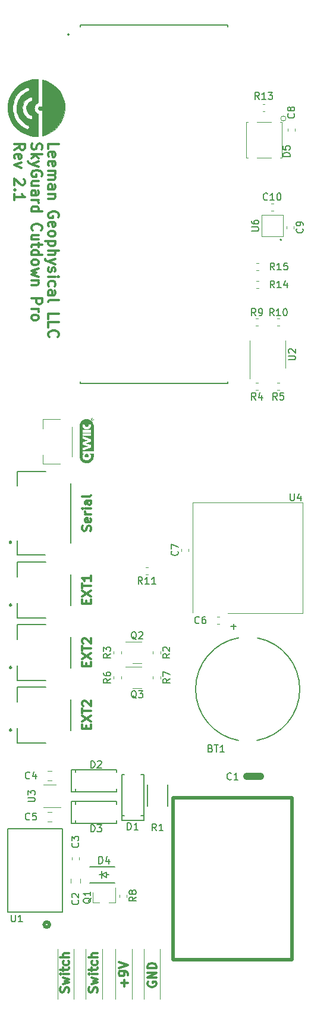
<source format=gbr>
%TF.GenerationSoftware,KiCad,Pcbnew,8.0.1-rc1*%
%TF.CreationDate,2024-11-07T09:08:02-06:00*%
%TF.ProjectId,Cutdown,43757464-6f77-46e2-9e6b-696361645f70,2.1.0*%
%TF.SameCoordinates,Original*%
%TF.FileFunction,Legend,Top*%
%TF.FilePolarity,Positive*%
%FSLAX46Y46*%
G04 Gerber Fmt 4.6, Leading zero omitted, Abs format (unit mm)*
G04 Created by KiCad (PCBNEW 8.0.1-rc1) date 2024-11-07 09:08:02*
%MOMM*%
%LPD*%
G01*
G04 APERTURE LIST*
%ADD10C,0.300000*%
%ADD11C,0.150000*%
%ADD12C,0.120000*%
%ADD13C,0.127000*%
%ADD14C,1.000000*%
%ADD15C,0.500000*%
%ADD16C,0.152400*%
%ADD17C,0.508000*%
%ADD18C,0.000000*%
%ADD19C,0.063500*%
%ADD20C,0.200000*%
%ADD21C,0.010000*%
G04 APERTURE END LIST*
D10*
X75714500Y-168216727D02*
X75774976Y-168035298D01*
X75774976Y-168035298D02*
X75774976Y-167732917D01*
X75774976Y-167732917D02*
X75714500Y-167611965D01*
X75714500Y-167611965D02*
X75654023Y-167551489D01*
X75654023Y-167551489D02*
X75533071Y-167491012D01*
X75533071Y-167491012D02*
X75412119Y-167491012D01*
X75412119Y-167491012D02*
X75291166Y-167551489D01*
X75291166Y-167551489D02*
X75230690Y-167611965D01*
X75230690Y-167611965D02*
X75170214Y-167732917D01*
X75170214Y-167732917D02*
X75109738Y-167974822D01*
X75109738Y-167974822D02*
X75049261Y-168095774D01*
X75049261Y-168095774D02*
X74988785Y-168156251D01*
X74988785Y-168156251D02*
X74867833Y-168216727D01*
X74867833Y-168216727D02*
X74746880Y-168216727D01*
X74746880Y-168216727D02*
X74625928Y-168156251D01*
X74625928Y-168156251D02*
X74565452Y-168095774D01*
X74565452Y-168095774D02*
X74504976Y-167974822D01*
X74504976Y-167974822D02*
X74504976Y-167672441D01*
X74504976Y-167672441D02*
X74565452Y-167491012D01*
X74928309Y-167067679D02*
X75774976Y-166825774D01*
X75774976Y-166825774D02*
X75170214Y-166583869D01*
X75170214Y-166583869D02*
X75774976Y-166341965D01*
X75774976Y-166341965D02*
X74928309Y-166100060D01*
X75774976Y-165616251D02*
X74928309Y-165616251D01*
X74504976Y-165616251D02*
X74565452Y-165676727D01*
X74565452Y-165676727D02*
X74625928Y-165616251D01*
X74625928Y-165616251D02*
X74565452Y-165555774D01*
X74565452Y-165555774D02*
X74504976Y-165616251D01*
X74504976Y-165616251D02*
X74625928Y-165616251D01*
X74928309Y-165192917D02*
X74928309Y-164709108D01*
X74504976Y-165011489D02*
X75593547Y-165011489D01*
X75593547Y-165011489D02*
X75714500Y-164951012D01*
X75714500Y-164951012D02*
X75774976Y-164830060D01*
X75774976Y-164830060D02*
X75774976Y-164709108D01*
X75714500Y-163741489D02*
X75774976Y-163862441D01*
X75774976Y-163862441D02*
X75774976Y-164104346D01*
X75774976Y-164104346D02*
X75714500Y-164225298D01*
X75714500Y-164225298D02*
X75654023Y-164285775D01*
X75654023Y-164285775D02*
X75533071Y-164346251D01*
X75533071Y-164346251D02*
X75170214Y-164346251D01*
X75170214Y-164346251D02*
X75049261Y-164285775D01*
X75049261Y-164285775D02*
X74988785Y-164225298D01*
X74988785Y-164225298D02*
X74928309Y-164104346D01*
X74928309Y-164104346D02*
X74928309Y-163862441D01*
X74928309Y-163862441D02*
X74988785Y-163741489D01*
X75774976Y-163197204D02*
X74504976Y-163197204D01*
X75774976Y-162652918D02*
X75109738Y-162652918D01*
X75109738Y-162652918D02*
X74988785Y-162713394D01*
X74988785Y-162713394D02*
X74928309Y-162834346D01*
X74928309Y-162834346D02*
X74928309Y-163015775D01*
X74928309Y-163015775D02*
X74988785Y-163136727D01*
X74988785Y-163136727D02*
X75049261Y-163197204D01*
X74794900Y-102585761D02*
X74855376Y-102404332D01*
X74855376Y-102404332D02*
X74855376Y-102101951D01*
X74855376Y-102101951D02*
X74794900Y-101980999D01*
X74794900Y-101980999D02*
X74734423Y-101920523D01*
X74734423Y-101920523D02*
X74613471Y-101860046D01*
X74613471Y-101860046D02*
X74492519Y-101860046D01*
X74492519Y-101860046D02*
X74371566Y-101920523D01*
X74371566Y-101920523D02*
X74311090Y-101980999D01*
X74311090Y-101980999D02*
X74250614Y-102101951D01*
X74250614Y-102101951D02*
X74190138Y-102343856D01*
X74190138Y-102343856D02*
X74129661Y-102464808D01*
X74129661Y-102464808D02*
X74069185Y-102525285D01*
X74069185Y-102525285D02*
X73948233Y-102585761D01*
X73948233Y-102585761D02*
X73827280Y-102585761D01*
X73827280Y-102585761D02*
X73706328Y-102525285D01*
X73706328Y-102525285D02*
X73645852Y-102464808D01*
X73645852Y-102464808D02*
X73585376Y-102343856D01*
X73585376Y-102343856D02*
X73585376Y-102041475D01*
X73585376Y-102041475D02*
X73645852Y-101860046D01*
X74794900Y-100831951D02*
X74855376Y-100952903D01*
X74855376Y-100952903D02*
X74855376Y-101194808D01*
X74855376Y-101194808D02*
X74794900Y-101315761D01*
X74794900Y-101315761D02*
X74673947Y-101376237D01*
X74673947Y-101376237D02*
X74190138Y-101376237D01*
X74190138Y-101376237D02*
X74069185Y-101315761D01*
X74069185Y-101315761D02*
X74008709Y-101194808D01*
X74008709Y-101194808D02*
X74008709Y-100952903D01*
X74008709Y-100952903D02*
X74069185Y-100831951D01*
X74069185Y-100831951D02*
X74190138Y-100771475D01*
X74190138Y-100771475D02*
X74311090Y-100771475D01*
X74311090Y-100771475D02*
X74432042Y-101376237D01*
X74855376Y-100227190D02*
X74008709Y-100227190D01*
X74250614Y-100227190D02*
X74129661Y-100166713D01*
X74129661Y-100166713D02*
X74069185Y-100106237D01*
X74069185Y-100106237D02*
X74008709Y-99985285D01*
X74008709Y-99985285D02*
X74008709Y-99864332D01*
X74855376Y-99441000D02*
X74008709Y-99441000D01*
X73585376Y-99441000D02*
X73645852Y-99501476D01*
X73645852Y-99501476D02*
X73706328Y-99441000D01*
X73706328Y-99441000D02*
X73645852Y-99380523D01*
X73645852Y-99380523D02*
X73585376Y-99441000D01*
X73585376Y-99441000D02*
X73706328Y-99441000D01*
X74855376Y-98291952D02*
X74190138Y-98291952D01*
X74190138Y-98291952D02*
X74069185Y-98352428D01*
X74069185Y-98352428D02*
X74008709Y-98473380D01*
X74008709Y-98473380D02*
X74008709Y-98715285D01*
X74008709Y-98715285D02*
X74069185Y-98836238D01*
X74794900Y-98291952D02*
X74855376Y-98412904D01*
X74855376Y-98412904D02*
X74855376Y-98715285D01*
X74855376Y-98715285D02*
X74794900Y-98836238D01*
X74794900Y-98836238D02*
X74673947Y-98896714D01*
X74673947Y-98896714D02*
X74552995Y-98896714D01*
X74552995Y-98896714D02*
X74432042Y-98836238D01*
X74432042Y-98836238D02*
X74371566Y-98715285D01*
X74371566Y-98715285D02*
X74371566Y-98412904D01*
X74371566Y-98412904D02*
X74311090Y-98291952D01*
X74855376Y-97505761D02*
X74794900Y-97626713D01*
X74794900Y-97626713D02*
X74673947Y-97687190D01*
X74673947Y-97687190D02*
X73585376Y-97687190D01*
X74190138Y-130743476D02*
X74190138Y-130320142D01*
X74855376Y-130138714D02*
X74855376Y-130743476D01*
X74855376Y-130743476D02*
X73585376Y-130743476D01*
X73585376Y-130743476D02*
X73585376Y-130138714D01*
X73585376Y-129715380D02*
X74855376Y-128868713D01*
X73585376Y-128868713D02*
X74855376Y-129715380D01*
X73585376Y-128566332D02*
X73585376Y-127840618D01*
X74855376Y-128203475D02*
X73585376Y-128203475D01*
X73706328Y-127477761D02*
X73645852Y-127417285D01*
X73645852Y-127417285D02*
X73585376Y-127296332D01*
X73585376Y-127296332D02*
X73585376Y-126993951D01*
X73585376Y-126993951D02*
X73645852Y-126872999D01*
X73645852Y-126872999D02*
X73706328Y-126812523D01*
X73706328Y-126812523D02*
X73827280Y-126752046D01*
X73827280Y-126752046D02*
X73948233Y-126752046D01*
X73948233Y-126752046D02*
X74129661Y-126812523D01*
X74129661Y-126812523D02*
X74855376Y-127538237D01*
X74855376Y-127538237D02*
X74855376Y-126752046D01*
X79609166Y-167394251D02*
X79609166Y-166426632D01*
X80092976Y-166910441D02*
X79125357Y-166910441D01*
X80092976Y-165761393D02*
X80092976Y-165519489D01*
X80092976Y-165519489D02*
X80032500Y-165398536D01*
X80032500Y-165398536D02*
X79972023Y-165338060D01*
X79972023Y-165338060D02*
X79790595Y-165217108D01*
X79790595Y-165217108D02*
X79548690Y-165156631D01*
X79548690Y-165156631D02*
X79064880Y-165156631D01*
X79064880Y-165156631D02*
X78943928Y-165217108D01*
X78943928Y-165217108D02*
X78883452Y-165277584D01*
X78883452Y-165277584D02*
X78822976Y-165398536D01*
X78822976Y-165398536D02*
X78822976Y-165640441D01*
X78822976Y-165640441D02*
X78883452Y-165761393D01*
X78883452Y-165761393D02*
X78943928Y-165821870D01*
X78943928Y-165821870D02*
X79064880Y-165882346D01*
X79064880Y-165882346D02*
X79367261Y-165882346D01*
X79367261Y-165882346D02*
X79488214Y-165821870D01*
X79488214Y-165821870D02*
X79548690Y-165761393D01*
X79548690Y-165761393D02*
X79609166Y-165640441D01*
X79609166Y-165640441D02*
X79609166Y-165398536D01*
X79609166Y-165398536D02*
X79548690Y-165277584D01*
X79548690Y-165277584D02*
X79488214Y-165217108D01*
X79488214Y-165217108D02*
X79367261Y-165156631D01*
X78822976Y-164793774D02*
X80092976Y-164370441D01*
X80092976Y-164370441D02*
X78822976Y-163947107D01*
X74190138Y-112963476D02*
X74190138Y-112540142D01*
X74855376Y-112358714D02*
X74855376Y-112963476D01*
X74855376Y-112963476D02*
X73585376Y-112963476D01*
X73585376Y-112963476D02*
X73585376Y-112358714D01*
X73585376Y-111935380D02*
X74855376Y-111088713D01*
X73585376Y-111088713D02*
X74855376Y-111935380D01*
X73585376Y-110786332D02*
X73585376Y-110060618D01*
X74855376Y-110423475D02*
X73585376Y-110423475D01*
X74855376Y-108972046D02*
X74855376Y-109697761D01*
X74855376Y-109334904D02*
X73585376Y-109334904D01*
X73585376Y-109334904D02*
X73766804Y-109455856D01*
X73766804Y-109455856D02*
X73887757Y-109576808D01*
X73887757Y-109576808D02*
X73948233Y-109697761D01*
X71650500Y-168216727D02*
X71710976Y-168035298D01*
X71710976Y-168035298D02*
X71710976Y-167732917D01*
X71710976Y-167732917D02*
X71650500Y-167611965D01*
X71650500Y-167611965D02*
X71590023Y-167551489D01*
X71590023Y-167551489D02*
X71469071Y-167491012D01*
X71469071Y-167491012D02*
X71348119Y-167491012D01*
X71348119Y-167491012D02*
X71227166Y-167551489D01*
X71227166Y-167551489D02*
X71166690Y-167611965D01*
X71166690Y-167611965D02*
X71106214Y-167732917D01*
X71106214Y-167732917D02*
X71045738Y-167974822D01*
X71045738Y-167974822D02*
X70985261Y-168095774D01*
X70985261Y-168095774D02*
X70924785Y-168156251D01*
X70924785Y-168156251D02*
X70803833Y-168216727D01*
X70803833Y-168216727D02*
X70682880Y-168216727D01*
X70682880Y-168216727D02*
X70561928Y-168156251D01*
X70561928Y-168156251D02*
X70501452Y-168095774D01*
X70501452Y-168095774D02*
X70440976Y-167974822D01*
X70440976Y-167974822D02*
X70440976Y-167672441D01*
X70440976Y-167672441D02*
X70501452Y-167491012D01*
X70864309Y-167067679D02*
X71710976Y-166825774D01*
X71710976Y-166825774D02*
X71106214Y-166583869D01*
X71106214Y-166583869D02*
X71710976Y-166341965D01*
X71710976Y-166341965D02*
X70864309Y-166100060D01*
X71710976Y-165616251D02*
X70864309Y-165616251D01*
X70440976Y-165616251D02*
X70501452Y-165676727D01*
X70501452Y-165676727D02*
X70561928Y-165616251D01*
X70561928Y-165616251D02*
X70501452Y-165555774D01*
X70501452Y-165555774D02*
X70440976Y-165616251D01*
X70440976Y-165616251D02*
X70561928Y-165616251D01*
X70864309Y-165192917D02*
X70864309Y-164709108D01*
X70440976Y-165011489D02*
X71529547Y-165011489D01*
X71529547Y-165011489D02*
X71650500Y-164951012D01*
X71650500Y-164951012D02*
X71710976Y-164830060D01*
X71710976Y-164830060D02*
X71710976Y-164709108D01*
X71650500Y-163741489D02*
X71710976Y-163862441D01*
X71710976Y-163862441D02*
X71710976Y-164104346D01*
X71710976Y-164104346D02*
X71650500Y-164225298D01*
X71650500Y-164225298D02*
X71590023Y-164285775D01*
X71590023Y-164285775D02*
X71469071Y-164346251D01*
X71469071Y-164346251D02*
X71106214Y-164346251D01*
X71106214Y-164346251D02*
X70985261Y-164285775D01*
X70985261Y-164285775D02*
X70924785Y-164225298D01*
X70924785Y-164225298D02*
X70864309Y-164104346D01*
X70864309Y-164104346D02*
X70864309Y-163862441D01*
X70864309Y-163862441D02*
X70924785Y-163741489D01*
X71710976Y-163197204D02*
X70440976Y-163197204D01*
X71710976Y-162652918D02*
X71045738Y-162652918D01*
X71045738Y-162652918D02*
X70924785Y-162713394D01*
X70924785Y-162713394D02*
X70864309Y-162834346D01*
X70864309Y-162834346D02*
X70864309Y-163015775D01*
X70864309Y-163015775D02*
X70924785Y-163136727D01*
X70924785Y-163136727D02*
X70985261Y-163197204D01*
X68785801Y-48292164D02*
X68785801Y-47577878D01*
X68785801Y-47577878D02*
X70285801Y-47577878D01*
X68857230Y-49363593D02*
X68785801Y-49220736D01*
X68785801Y-49220736D02*
X68785801Y-48935022D01*
X68785801Y-48935022D02*
X68857230Y-48792164D01*
X68857230Y-48792164D02*
X69000087Y-48720736D01*
X69000087Y-48720736D02*
X69571515Y-48720736D01*
X69571515Y-48720736D02*
X69714372Y-48792164D01*
X69714372Y-48792164D02*
X69785801Y-48935022D01*
X69785801Y-48935022D02*
X69785801Y-49220736D01*
X69785801Y-49220736D02*
X69714372Y-49363593D01*
X69714372Y-49363593D02*
X69571515Y-49435022D01*
X69571515Y-49435022D02*
X69428658Y-49435022D01*
X69428658Y-49435022D02*
X69285801Y-48720736D01*
X68857230Y-50649307D02*
X68785801Y-50506450D01*
X68785801Y-50506450D02*
X68785801Y-50220736D01*
X68785801Y-50220736D02*
X68857230Y-50077878D01*
X68857230Y-50077878D02*
X69000087Y-50006450D01*
X69000087Y-50006450D02*
X69571515Y-50006450D01*
X69571515Y-50006450D02*
X69714372Y-50077878D01*
X69714372Y-50077878D02*
X69785801Y-50220736D01*
X69785801Y-50220736D02*
X69785801Y-50506450D01*
X69785801Y-50506450D02*
X69714372Y-50649307D01*
X69714372Y-50649307D02*
X69571515Y-50720736D01*
X69571515Y-50720736D02*
X69428658Y-50720736D01*
X69428658Y-50720736D02*
X69285801Y-50006450D01*
X68785801Y-51363592D02*
X69785801Y-51363592D01*
X69642944Y-51363592D02*
X69714372Y-51435021D01*
X69714372Y-51435021D02*
X69785801Y-51577878D01*
X69785801Y-51577878D02*
X69785801Y-51792164D01*
X69785801Y-51792164D02*
X69714372Y-51935021D01*
X69714372Y-51935021D02*
X69571515Y-52006450D01*
X69571515Y-52006450D02*
X68785801Y-52006450D01*
X69571515Y-52006450D02*
X69714372Y-52077878D01*
X69714372Y-52077878D02*
X69785801Y-52220735D01*
X69785801Y-52220735D02*
X69785801Y-52435021D01*
X69785801Y-52435021D02*
X69714372Y-52577878D01*
X69714372Y-52577878D02*
X69571515Y-52649307D01*
X69571515Y-52649307D02*
X68785801Y-52649307D01*
X68785801Y-54006450D02*
X69571515Y-54006450D01*
X69571515Y-54006450D02*
X69714372Y-53935021D01*
X69714372Y-53935021D02*
X69785801Y-53792164D01*
X69785801Y-53792164D02*
X69785801Y-53506450D01*
X69785801Y-53506450D02*
X69714372Y-53363592D01*
X68857230Y-54006450D02*
X68785801Y-53863592D01*
X68785801Y-53863592D02*
X68785801Y-53506450D01*
X68785801Y-53506450D02*
X68857230Y-53363592D01*
X68857230Y-53363592D02*
X69000087Y-53292164D01*
X69000087Y-53292164D02*
X69142944Y-53292164D01*
X69142944Y-53292164D02*
X69285801Y-53363592D01*
X69285801Y-53363592D02*
X69357230Y-53506450D01*
X69357230Y-53506450D02*
X69357230Y-53863592D01*
X69357230Y-53863592D02*
X69428658Y-54006450D01*
X69785801Y-54720735D02*
X68785801Y-54720735D01*
X69642944Y-54720735D02*
X69714372Y-54792164D01*
X69714372Y-54792164D02*
X69785801Y-54935021D01*
X69785801Y-54935021D02*
X69785801Y-55149307D01*
X69785801Y-55149307D02*
X69714372Y-55292164D01*
X69714372Y-55292164D02*
X69571515Y-55363593D01*
X69571515Y-55363593D02*
X68785801Y-55363593D01*
X70214372Y-58006450D02*
X70285801Y-57863593D01*
X70285801Y-57863593D02*
X70285801Y-57649307D01*
X70285801Y-57649307D02*
X70214372Y-57435021D01*
X70214372Y-57435021D02*
X70071515Y-57292164D01*
X70071515Y-57292164D02*
X69928658Y-57220735D01*
X69928658Y-57220735D02*
X69642944Y-57149307D01*
X69642944Y-57149307D02*
X69428658Y-57149307D01*
X69428658Y-57149307D02*
X69142944Y-57220735D01*
X69142944Y-57220735D02*
X69000087Y-57292164D01*
X69000087Y-57292164D02*
X68857230Y-57435021D01*
X68857230Y-57435021D02*
X68785801Y-57649307D01*
X68785801Y-57649307D02*
X68785801Y-57792164D01*
X68785801Y-57792164D02*
X68857230Y-58006450D01*
X68857230Y-58006450D02*
X68928658Y-58077878D01*
X68928658Y-58077878D02*
X69428658Y-58077878D01*
X69428658Y-58077878D02*
X69428658Y-57792164D01*
X68857230Y-59292164D02*
X68785801Y-59149307D01*
X68785801Y-59149307D02*
X68785801Y-58863593D01*
X68785801Y-58863593D02*
X68857230Y-58720735D01*
X68857230Y-58720735D02*
X69000087Y-58649307D01*
X69000087Y-58649307D02*
X69571515Y-58649307D01*
X69571515Y-58649307D02*
X69714372Y-58720735D01*
X69714372Y-58720735D02*
X69785801Y-58863593D01*
X69785801Y-58863593D02*
X69785801Y-59149307D01*
X69785801Y-59149307D02*
X69714372Y-59292164D01*
X69714372Y-59292164D02*
X69571515Y-59363593D01*
X69571515Y-59363593D02*
X69428658Y-59363593D01*
X69428658Y-59363593D02*
X69285801Y-58649307D01*
X68785801Y-60220735D02*
X68857230Y-60077878D01*
X68857230Y-60077878D02*
X68928658Y-60006449D01*
X68928658Y-60006449D02*
X69071515Y-59935021D01*
X69071515Y-59935021D02*
X69500087Y-59935021D01*
X69500087Y-59935021D02*
X69642944Y-60006449D01*
X69642944Y-60006449D02*
X69714372Y-60077878D01*
X69714372Y-60077878D02*
X69785801Y-60220735D01*
X69785801Y-60220735D02*
X69785801Y-60435021D01*
X69785801Y-60435021D02*
X69714372Y-60577878D01*
X69714372Y-60577878D02*
X69642944Y-60649307D01*
X69642944Y-60649307D02*
X69500087Y-60720735D01*
X69500087Y-60720735D02*
X69071515Y-60720735D01*
X69071515Y-60720735D02*
X68928658Y-60649307D01*
X68928658Y-60649307D02*
X68857230Y-60577878D01*
X68857230Y-60577878D02*
X68785801Y-60435021D01*
X68785801Y-60435021D02*
X68785801Y-60220735D01*
X69785801Y-61363592D02*
X68285801Y-61363592D01*
X69714372Y-61363592D02*
X69785801Y-61506450D01*
X69785801Y-61506450D02*
X69785801Y-61792164D01*
X69785801Y-61792164D02*
X69714372Y-61935021D01*
X69714372Y-61935021D02*
X69642944Y-62006450D01*
X69642944Y-62006450D02*
X69500087Y-62077878D01*
X69500087Y-62077878D02*
X69071515Y-62077878D01*
X69071515Y-62077878D02*
X68928658Y-62006450D01*
X68928658Y-62006450D02*
X68857230Y-61935021D01*
X68857230Y-61935021D02*
X68785801Y-61792164D01*
X68785801Y-61792164D02*
X68785801Y-61506450D01*
X68785801Y-61506450D02*
X68857230Y-61363592D01*
X68785801Y-62720735D02*
X70285801Y-62720735D01*
X68785801Y-63363593D02*
X69571515Y-63363593D01*
X69571515Y-63363593D02*
X69714372Y-63292164D01*
X69714372Y-63292164D02*
X69785801Y-63149307D01*
X69785801Y-63149307D02*
X69785801Y-62935021D01*
X69785801Y-62935021D02*
X69714372Y-62792164D01*
X69714372Y-62792164D02*
X69642944Y-62720735D01*
X69785801Y-63935021D02*
X68785801Y-64292164D01*
X69785801Y-64649307D02*
X68785801Y-64292164D01*
X68785801Y-64292164D02*
X68428658Y-64149307D01*
X68428658Y-64149307D02*
X68357230Y-64077878D01*
X68357230Y-64077878D02*
X68285801Y-63935021D01*
X68857230Y-65149307D02*
X68785801Y-65292164D01*
X68785801Y-65292164D02*
X68785801Y-65577878D01*
X68785801Y-65577878D02*
X68857230Y-65720735D01*
X68857230Y-65720735D02*
X69000087Y-65792164D01*
X69000087Y-65792164D02*
X69071515Y-65792164D01*
X69071515Y-65792164D02*
X69214372Y-65720735D01*
X69214372Y-65720735D02*
X69285801Y-65577878D01*
X69285801Y-65577878D02*
X69285801Y-65363593D01*
X69285801Y-65363593D02*
X69357230Y-65220735D01*
X69357230Y-65220735D02*
X69500087Y-65149307D01*
X69500087Y-65149307D02*
X69571515Y-65149307D01*
X69571515Y-65149307D02*
X69714372Y-65220735D01*
X69714372Y-65220735D02*
X69785801Y-65363593D01*
X69785801Y-65363593D02*
X69785801Y-65577878D01*
X69785801Y-65577878D02*
X69714372Y-65720735D01*
X68785801Y-66435021D02*
X69785801Y-66435021D01*
X70285801Y-66435021D02*
X70214372Y-66363593D01*
X70214372Y-66363593D02*
X70142944Y-66435021D01*
X70142944Y-66435021D02*
X70214372Y-66506450D01*
X70214372Y-66506450D02*
X70285801Y-66435021D01*
X70285801Y-66435021D02*
X70142944Y-66435021D01*
X68857230Y-67792165D02*
X68785801Y-67649307D01*
X68785801Y-67649307D02*
X68785801Y-67363593D01*
X68785801Y-67363593D02*
X68857230Y-67220736D01*
X68857230Y-67220736D02*
X68928658Y-67149307D01*
X68928658Y-67149307D02*
X69071515Y-67077879D01*
X69071515Y-67077879D02*
X69500087Y-67077879D01*
X69500087Y-67077879D02*
X69642944Y-67149307D01*
X69642944Y-67149307D02*
X69714372Y-67220736D01*
X69714372Y-67220736D02*
X69785801Y-67363593D01*
X69785801Y-67363593D02*
X69785801Y-67649307D01*
X69785801Y-67649307D02*
X69714372Y-67792165D01*
X68785801Y-69077879D02*
X69571515Y-69077879D01*
X69571515Y-69077879D02*
X69714372Y-69006450D01*
X69714372Y-69006450D02*
X69785801Y-68863593D01*
X69785801Y-68863593D02*
X69785801Y-68577879D01*
X69785801Y-68577879D02*
X69714372Y-68435021D01*
X68857230Y-69077879D02*
X68785801Y-68935021D01*
X68785801Y-68935021D02*
X68785801Y-68577879D01*
X68785801Y-68577879D02*
X68857230Y-68435021D01*
X68857230Y-68435021D02*
X69000087Y-68363593D01*
X69000087Y-68363593D02*
X69142944Y-68363593D01*
X69142944Y-68363593D02*
X69285801Y-68435021D01*
X69285801Y-68435021D02*
X69357230Y-68577879D01*
X69357230Y-68577879D02*
X69357230Y-68935021D01*
X69357230Y-68935021D02*
X69428658Y-69077879D01*
X68785801Y-70006450D02*
X68857230Y-69863593D01*
X68857230Y-69863593D02*
X69000087Y-69792164D01*
X69000087Y-69792164D02*
X70285801Y-69792164D01*
X68785801Y-72435021D02*
X68785801Y-71720735D01*
X68785801Y-71720735D02*
X70285801Y-71720735D01*
X68785801Y-73649307D02*
X68785801Y-72935021D01*
X68785801Y-72935021D02*
X70285801Y-72935021D01*
X68928658Y-75006450D02*
X68857230Y-74935022D01*
X68857230Y-74935022D02*
X68785801Y-74720736D01*
X68785801Y-74720736D02*
X68785801Y-74577879D01*
X68785801Y-74577879D02*
X68857230Y-74363593D01*
X68857230Y-74363593D02*
X69000087Y-74220736D01*
X69000087Y-74220736D02*
X69142944Y-74149307D01*
X69142944Y-74149307D02*
X69428658Y-74077879D01*
X69428658Y-74077879D02*
X69642944Y-74077879D01*
X69642944Y-74077879D02*
X69928658Y-74149307D01*
X69928658Y-74149307D02*
X70071515Y-74220736D01*
X70071515Y-74220736D02*
X70214372Y-74363593D01*
X70214372Y-74363593D02*
X70285801Y-74577879D01*
X70285801Y-74577879D02*
X70285801Y-74720736D01*
X70285801Y-74720736D02*
X70214372Y-74935022D01*
X70214372Y-74935022D02*
X70142944Y-75006450D01*
X66442314Y-47506450D02*
X66370885Y-47720736D01*
X66370885Y-47720736D02*
X66370885Y-48077878D01*
X66370885Y-48077878D02*
X66442314Y-48220736D01*
X66442314Y-48220736D02*
X66513742Y-48292164D01*
X66513742Y-48292164D02*
X66656599Y-48363593D01*
X66656599Y-48363593D02*
X66799456Y-48363593D01*
X66799456Y-48363593D02*
X66942314Y-48292164D01*
X66942314Y-48292164D02*
X67013742Y-48220736D01*
X67013742Y-48220736D02*
X67085171Y-48077878D01*
X67085171Y-48077878D02*
X67156599Y-47792164D01*
X67156599Y-47792164D02*
X67228028Y-47649307D01*
X67228028Y-47649307D02*
X67299456Y-47577878D01*
X67299456Y-47577878D02*
X67442314Y-47506450D01*
X67442314Y-47506450D02*
X67585171Y-47506450D01*
X67585171Y-47506450D02*
X67728028Y-47577878D01*
X67728028Y-47577878D02*
X67799456Y-47649307D01*
X67799456Y-47649307D02*
X67870885Y-47792164D01*
X67870885Y-47792164D02*
X67870885Y-48149307D01*
X67870885Y-48149307D02*
X67799456Y-48363593D01*
X66370885Y-49006449D02*
X67870885Y-49006449D01*
X66942314Y-49149307D02*
X66370885Y-49577878D01*
X67370885Y-49577878D02*
X66799456Y-49006449D01*
X67370885Y-50077878D02*
X66370885Y-50435021D01*
X67370885Y-50792164D02*
X66370885Y-50435021D01*
X66370885Y-50435021D02*
X66013742Y-50292164D01*
X66013742Y-50292164D02*
X65942314Y-50220735D01*
X65942314Y-50220735D02*
X65870885Y-50077878D01*
X67799456Y-52149307D02*
X67870885Y-52006450D01*
X67870885Y-52006450D02*
X67870885Y-51792164D01*
X67870885Y-51792164D02*
X67799456Y-51577878D01*
X67799456Y-51577878D02*
X67656599Y-51435021D01*
X67656599Y-51435021D02*
X67513742Y-51363592D01*
X67513742Y-51363592D02*
X67228028Y-51292164D01*
X67228028Y-51292164D02*
X67013742Y-51292164D01*
X67013742Y-51292164D02*
X66728028Y-51363592D01*
X66728028Y-51363592D02*
X66585171Y-51435021D01*
X66585171Y-51435021D02*
X66442314Y-51577878D01*
X66442314Y-51577878D02*
X66370885Y-51792164D01*
X66370885Y-51792164D02*
X66370885Y-51935021D01*
X66370885Y-51935021D02*
X66442314Y-52149307D01*
X66442314Y-52149307D02*
X66513742Y-52220735D01*
X66513742Y-52220735D02*
X67013742Y-52220735D01*
X67013742Y-52220735D02*
X67013742Y-51935021D01*
X67370885Y-53506450D02*
X66370885Y-53506450D01*
X67370885Y-52863592D02*
X66585171Y-52863592D01*
X66585171Y-52863592D02*
X66442314Y-52935021D01*
X66442314Y-52935021D02*
X66370885Y-53077878D01*
X66370885Y-53077878D02*
X66370885Y-53292164D01*
X66370885Y-53292164D02*
X66442314Y-53435021D01*
X66442314Y-53435021D02*
X66513742Y-53506450D01*
X66370885Y-54863593D02*
X67156599Y-54863593D01*
X67156599Y-54863593D02*
X67299456Y-54792164D01*
X67299456Y-54792164D02*
X67370885Y-54649307D01*
X67370885Y-54649307D02*
X67370885Y-54363593D01*
X67370885Y-54363593D02*
X67299456Y-54220735D01*
X66442314Y-54863593D02*
X66370885Y-54720735D01*
X66370885Y-54720735D02*
X66370885Y-54363593D01*
X66370885Y-54363593D02*
X66442314Y-54220735D01*
X66442314Y-54220735D02*
X66585171Y-54149307D01*
X66585171Y-54149307D02*
X66728028Y-54149307D01*
X66728028Y-54149307D02*
X66870885Y-54220735D01*
X66870885Y-54220735D02*
X66942314Y-54363593D01*
X66942314Y-54363593D02*
X66942314Y-54720735D01*
X66942314Y-54720735D02*
X67013742Y-54863593D01*
X66370885Y-55577878D02*
X67370885Y-55577878D01*
X67085171Y-55577878D02*
X67228028Y-55649307D01*
X67228028Y-55649307D02*
X67299456Y-55720736D01*
X67299456Y-55720736D02*
X67370885Y-55863593D01*
X67370885Y-55863593D02*
X67370885Y-56006450D01*
X66370885Y-57149307D02*
X67870885Y-57149307D01*
X66442314Y-57149307D02*
X66370885Y-57006449D01*
X66370885Y-57006449D02*
X66370885Y-56720735D01*
X66370885Y-56720735D02*
X66442314Y-56577878D01*
X66442314Y-56577878D02*
X66513742Y-56506449D01*
X66513742Y-56506449D02*
X66656599Y-56435021D01*
X66656599Y-56435021D02*
X67085171Y-56435021D01*
X67085171Y-56435021D02*
X67228028Y-56506449D01*
X67228028Y-56506449D02*
X67299456Y-56577878D01*
X67299456Y-56577878D02*
X67370885Y-56720735D01*
X67370885Y-56720735D02*
X67370885Y-57006449D01*
X67370885Y-57006449D02*
X67299456Y-57149307D01*
X66513742Y-59863592D02*
X66442314Y-59792164D01*
X66442314Y-59792164D02*
X66370885Y-59577878D01*
X66370885Y-59577878D02*
X66370885Y-59435021D01*
X66370885Y-59435021D02*
X66442314Y-59220735D01*
X66442314Y-59220735D02*
X66585171Y-59077878D01*
X66585171Y-59077878D02*
X66728028Y-59006449D01*
X66728028Y-59006449D02*
X67013742Y-58935021D01*
X67013742Y-58935021D02*
X67228028Y-58935021D01*
X67228028Y-58935021D02*
X67513742Y-59006449D01*
X67513742Y-59006449D02*
X67656599Y-59077878D01*
X67656599Y-59077878D02*
X67799456Y-59220735D01*
X67799456Y-59220735D02*
X67870885Y-59435021D01*
X67870885Y-59435021D02*
X67870885Y-59577878D01*
X67870885Y-59577878D02*
X67799456Y-59792164D01*
X67799456Y-59792164D02*
X67728028Y-59863592D01*
X67370885Y-61149307D02*
X66370885Y-61149307D01*
X67370885Y-60506449D02*
X66585171Y-60506449D01*
X66585171Y-60506449D02*
X66442314Y-60577878D01*
X66442314Y-60577878D02*
X66370885Y-60720735D01*
X66370885Y-60720735D02*
X66370885Y-60935021D01*
X66370885Y-60935021D02*
X66442314Y-61077878D01*
X66442314Y-61077878D02*
X66513742Y-61149307D01*
X67370885Y-61649307D02*
X67370885Y-62220735D01*
X67870885Y-61863592D02*
X66585171Y-61863592D01*
X66585171Y-61863592D02*
X66442314Y-61935021D01*
X66442314Y-61935021D02*
X66370885Y-62077878D01*
X66370885Y-62077878D02*
X66370885Y-62220735D01*
X66370885Y-63363593D02*
X67870885Y-63363593D01*
X66442314Y-63363593D02*
X66370885Y-63220735D01*
X66370885Y-63220735D02*
X66370885Y-62935021D01*
X66370885Y-62935021D02*
X66442314Y-62792164D01*
X66442314Y-62792164D02*
X66513742Y-62720735D01*
X66513742Y-62720735D02*
X66656599Y-62649307D01*
X66656599Y-62649307D02*
X67085171Y-62649307D01*
X67085171Y-62649307D02*
X67228028Y-62720735D01*
X67228028Y-62720735D02*
X67299456Y-62792164D01*
X67299456Y-62792164D02*
X67370885Y-62935021D01*
X67370885Y-62935021D02*
X67370885Y-63220735D01*
X67370885Y-63220735D02*
X67299456Y-63363593D01*
X66370885Y-64292164D02*
X66442314Y-64149307D01*
X66442314Y-64149307D02*
X66513742Y-64077878D01*
X66513742Y-64077878D02*
X66656599Y-64006450D01*
X66656599Y-64006450D02*
X67085171Y-64006450D01*
X67085171Y-64006450D02*
X67228028Y-64077878D01*
X67228028Y-64077878D02*
X67299456Y-64149307D01*
X67299456Y-64149307D02*
X67370885Y-64292164D01*
X67370885Y-64292164D02*
X67370885Y-64506450D01*
X67370885Y-64506450D02*
X67299456Y-64649307D01*
X67299456Y-64649307D02*
X67228028Y-64720736D01*
X67228028Y-64720736D02*
X67085171Y-64792164D01*
X67085171Y-64792164D02*
X66656599Y-64792164D01*
X66656599Y-64792164D02*
X66513742Y-64720736D01*
X66513742Y-64720736D02*
X66442314Y-64649307D01*
X66442314Y-64649307D02*
X66370885Y-64506450D01*
X66370885Y-64506450D02*
X66370885Y-64292164D01*
X67370885Y-65292164D02*
X66370885Y-65577879D01*
X66370885Y-65577879D02*
X67085171Y-65863593D01*
X67085171Y-65863593D02*
X66370885Y-66149307D01*
X66370885Y-66149307D02*
X67370885Y-66435021D01*
X67370885Y-67006450D02*
X66370885Y-67006450D01*
X67228028Y-67006450D02*
X67299456Y-67077879D01*
X67299456Y-67077879D02*
X67370885Y-67220736D01*
X67370885Y-67220736D02*
X67370885Y-67435022D01*
X67370885Y-67435022D02*
X67299456Y-67577879D01*
X67299456Y-67577879D02*
X67156599Y-67649308D01*
X67156599Y-67649308D02*
X66370885Y-67649308D01*
X66370885Y-69506450D02*
X67870885Y-69506450D01*
X67870885Y-69506450D02*
X67870885Y-70077879D01*
X67870885Y-70077879D02*
X67799456Y-70220736D01*
X67799456Y-70220736D02*
X67728028Y-70292165D01*
X67728028Y-70292165D02*
X67585171Y-70363593D01*
X67585171Y-70363593D02*
X67370885Y-70363593D01*
X67370885Y-70363593D02*
X67228028Y-70292165D01*
X67228028Y-70292165D02*
X67156599Y-70220736D01*
X67156599Y-70220736D02*
X67085171Y-70077879D01*
X67085171Y-70077879D02*
X67085171Y-69506450D01*
X66370885Y-71006450D02*
X67370885Y-71006450D01*
X67085171Y-71006450D02*
X67228028Y-71077879D01*
X67228028Y-71077879D02*
X67299456Y-71149308D01*
X67299456Y-71149308D02*
X67370885Y-71292165D01*
X67370885Y-71292165D02*
X67370885Y-71435022D01*
X66370885Y-72149307D02*
X66442314Y-72006450D01*
X66442314Y-72006450D02*
X66513742Y-71935021D01*
X66513742Y-71935021D02*
X66656599Y-71863593D01*
X66656599Y-71863593D02*
X67085171Y-71863593D01*
X67085171Y-71863593D02*
X67228028Y-71935021D01*
X67228028Y-71935021D02*
X67299456Y-72006450D01*
X67299456Y-72006450D02*
X67370885Y-72149307D01*
X67370885Y-72149307D02*
X67370885Y-72363593D01*
X67370885Y-72363593D02*
X67299456Y-72506450D01*
X67299456Y-72506450D02*
X67228028Y-72577879D01*
X67228028Y-72577879D02*
X67085171Y-72649307D01*
X67085171Y-72649307D02*
X66656599Y-72649307D01*
X66656599Y-72649307D02*
X66513742Y-72577879D01*
X66513742Y-72577879D02*
X66442314Y-72506450D01*
X66442314Y-72506450D02*
X66370885Y-72363593D01*
X66370885Y-72363593D02*
X66370885Y-72149307D01*
X63955969Y-48435021D02*
X64670255Y-47935021D01*
X63955969Y-47577878D02*
X65455969Y-47577878D01*
X65455969Y-47577878D02*
X65455969Y-48149307D01*
X65455969Y-48149307D02*
X65384540Y-48292164D01*
X65384540Y-48292164D02*
X65313112Y-48363593D01*
X65313112Y-48363593D02*
X65170255Y-48435021D01*
X65170255Y-48435021D02*
X64955969Y-48435021D01*
X64955969Y-48435021D02*
X64813112Y-48363593D01*
X64813112Y-48363593D02*
X64741683Y-48292164D01*
X64741683Y-48292164D02*
X64670255Y-48149307D01*
X64670255Y-48149307D02*
X64670255Y-47577878D01*
X64027398Y-49649307D02*
X63955969Y-49506450D01*
X63955969Y-49506450D02*
X63955969Y-49220736D01*
X63955969Y-49220736D02*
X64027398Y-49077878D01*
X64027398Y-49077878D02*
X64170255Y-49006450D01*
X64170255Y-49006450D02*
X64741683Y-49006450D01*
X64741683Y-49006450D02*
X64884540Y-49077878D01*
X64884540Y-49077878D02*
X64955969Y-49220736D01*
X64955969Y-49220736D02*
X64955969Y-49506450D01*
X64955969Y-49506450D02*
X64884540Y-49649307D01*
X64884540Y-49649307D02*
X64741683Y-49720736D01*
X64741683Y-49720736D02*
X64598826Y-49720736D01*
X64598826Y-49720736D02*
X64455969Y-49006450D01*
X64955969Y-50220735D02*
X63955969Y-50577878D01*
X63955969Y-50577878D02*
X64955969Y-50935021D01*
X65313112Y-52577878D02*
X65384540Y-52649306D01*
X65384540Y-52649306D02*
X65455969Y-52792164D01*
X65455969Y-52792164D02*
X65455969Y-53149306D01*
X65455969Y-53149306D02*
X65384540Y-53292164D01*
X65384540Y-53292164D02*
X65313112Y-53363592D01*
X65313112Y-53363592D02*
X65170255Y-53435021D01*
X65170255Y-53435021D02*
X65027398Y-53435021D01*
X65027398Y-53435021D02*
X64813112Y-53363592D01*
X64813112Y-53363592D02*
X63955969Y-52506449D01*
X63955969Y-52506449D02*
X63955969Y-53435021D01*
X64098826Y-54077877D02*
X64027398Y-54149306D01*
X64027398Y-54149306D02*
X63955969Y-54077877D01*
X63955969Y-54077877D02*
X64027398Y-54006449D01*
X64027398Y-54006449D02*
X64098826Y-54077877D01*
X64098826Y-54077877D02*
X63955969Y-54077877D01*
X63955969Y-55577878D02*
X63955969Y-54720735D01*
X63955969Y-55149306D02*
X65455969Y-55149306D01*
X65455969Y-55149306D02*
X65241683Y-55006449D01*
X65241683Y-55006449D02*
X65098826Y-54863592D01*
X65098826Y-54863592D02*
X65027398Y-54720735D01*
X74190138Y-121853476D02*
X74190138Y-121430142D01*
X74855376Y-121248714D02*
X74855376Y-121853476D01*
X74855376Y-121853476D02*
X73585376Y-121853476D01*
X73585376Y-121853476D02*
X73585376Y-121248714D01*
X73585376Y-120825380D02*
X74855376Y-119978713D01*
X73585376Y-119978713D02*
X74855376Y-120825380D01*
X73585376Y-119676332D02*
X73585376Y-118950618D01*
X74855376Y-119313475D02*
X73585376Y-119313475D01*
X73706328Y-118587761D02*
X73645852Y-118527285D01*
X73645852Y-118527285D02*
X73585376Y-118406332D01*
X73585376Y-118406332D02*
X73585376Y-118103951D01*
X73585376Y-118103951D02*
X73645852Y-117982999D01*
X73645852Y-117982999D02*
X73706328Y-117922523D01*
X73706328Y-117922523D02*
X73827280Y-117862046D01*
X73827280Y-117862046D02*
X73948233Y-117862046D01*
X73948233Y-117862046D02*
X74129661Y-117922523D01*
X74129661Y-117922523D02*
X74855376Y-118648237D01*
X74855376Y-118648237D02*
X74855376Y-117862046D01*
X82947452Y-166729012D02*
X82886976Y-166849965D01*
X82886976Y-166849965D02*
X82886976Y-167031393D01*
X82886976Y-167031393D02*
X82947452Y-167212822D01*
X82947452Y-167212822D02*
X83068404Y-167333774D01*
X83068404Y-167333774D02*
X83189357Y-167394251D01*
X83189357Y-167394251D02*
X83431261Y-167454727D01*
X83431261Y-167454727D02*
X83612690Y-167454727D01*
X83612690Y-167454727D02*
X83854595Y-167394251D01*
X83854595Y-167394251D02*
X83975547Y-167333774D01*
X83975547Y-167333774D02*
X84096500Y-167212822D01*
X84096500Y-167212822D02*
X84156976Y-167031393D01*
X84156976Y-167031393D02*
X84156976Y-166910441D01*
X84156976Y-166910441D02*
X84096500Y-166729012D01*
X84096500Y-166729012D02*
X84036023Y-166668536D01*
X84036023Y-166668536D02*
X83612690Y-166668536D01*
X83612690Y-166668536D02*
X83612690Y-166910441D01*
X84156976Y-166124251D02*
X82886976Y-166124251D01*
X82886976Y-166124251D02*
X84156976Y-165398536D01*
X84156976Y-165398536D02*
X82886976Y-165398536D01*
X84156976Y-164793775D02*
X82886976Y-164793775D01*
X82886976Y-164793775D02*
X82886976Y-164491394D01*
X82886976Y-164491394D02*
X82947452Y-164309965D01*
X82947452Y-164309965D02*
X83068404Y-164189013D01*
X83068404Y-164189013D02*
X83189357Y-164128536D01*
X83189357Y-164128536D02*
X83431261Y-164068060D01*
X83431261Y-164068060D02*
X83612690Y-164068060D01*
X83612690Y-164068060D02*
X83854595Y-164128536D01*
X83854595Y-164128536D02*
X83975547Y-164189013D01*
X83975547Y-164189013D02*
X84096500Y-164309965D01*
X84096500Y-164309965D02*
X84156976Y-164491394D01*
X84156976Y-164491394D02*
X84156976Y-164793775D01*
D11*
X100957142Y-68018819D02*
X100623809Y-67542628D01*
X100385714Y-68018819D02*
X100385714Y-67018819D01*
X100385714Y-67018819D02*
X100766666Y-67018819D01*
X100766666Y-67018819D02*
X100861904Y-67066438D01*
X100861904Y-67066438D02*
X100909523Y-67114057D01*
X100909523Y-67114057D02*
X100957142Y-67209295D01*
X100957142Y-67209295D02*
X100957142Y-67352152D01*
X100957142Y-67352152D02*
X100909523Y-67447390D01*
X100909523Y-67447390D02*
X100861904Y-67495009D01*
X100861904Y-67495009D02*
X100766666Y-67542628D01*
X100766666Y-67542628D02*
X100385714Y-67542628D01*
X101909523Y-68018819D02*
X101338095Y-68018819D01*
X101623809Y-68018819D02*
X101623809Y-67018819D01*
X101623809Y-67018819D02*
X101528571Y-67161676D01*
X101528571Y-67161676D02*
X101433333Y-67256914D01*
X101433333Y-67256914D02*
X101338095Y-67304533D01*
X102766666Y-67352152D02*
X102766666Y-68018819D01*
X102528571Y-66971200D02*
X102290476Y-67685485D01*
X102290476Y-67685485D02*
X102909523Y-67685485D01*
X81268658Y-154656558D02*
X80792467Y-154989891D01*
X81268658Y-155227986D02*
X80268658Y-155227986D01*
X80268658Y-155227986D02*
X80268658Y-154847034D01*
X80268658Y-154847034D02*
X80316277Y-154751796D01*
X80316277Y-154751796D02*
X80363896Y-154704177D01*
X80363896Y-154704177D02*
X80459134Y-154656558D01*
X80459134Y-154656558D02*
X80601991Y-154656558D01*
X80601991Y-154656558D02*
X80697229Y-154704177D01*
X80697229Y-154704177D02*
X80744848Y-154751796D01*
X80744848Y-154751796D02*
X80792467Y-154847034D01*
X80792467Y-154847034D02*
X80792467Y-155227986D01*
X80697229Y-154085129D02*
X80649610Y-154180367D01*
X80649610Y-154180367D02*
X80601991Y-154227986D01*
X80601991Y-154227986D02*
X80506753Y-154275605D01*
X80506753Y-154275605D02*
X80459134Y-154275605D01*
X80459134Y-154275605D02*
X80363896Y-154227986D01*
X80363896Y-154227986D02*
X80316277Y-154180367D01*
X80316277Y-154180367D02*
X80268658Y-154085129D01*
X80268658Y-154085129D02*
X80268658Y-153894653D01*
X80268658Y-153894653D02*
X80316277Y-153799415D01*
X80316277Y-153799415D02*
X80363896Y-153751796D01*
X80363896Y-153751796D02*
X80459134Y-153704177D01*
X80459134Y-153704177D02*
X80506753Y-153704177D01*
X80506753Y-153704177D02*
X80601991Y-153751796D01*
X80601991Y-153751796D02*
X80649610Y-153799415D01*
X80649610Y-153799415D02*
X80697229Y-153894653D01*
X80697229Y-153894653D02*
X80697229Y-154085129D01*
X80697229Y-154085129D02*
X80744848Y-154180367D01*
X80744848Y-154180367D02*
X80792467Y-154227986D01*
X80792467Y-154227986D02*
X80887705Y-154275605D01*
X80887705Y-154275605D02*
X81078181Y-154275605D01*
X81078181Y-154275605D02*
X81173419Y-154227986D01*
X81173419Y-154227986D02*
X81221039Y-154180367D01*
X81221039Y-154180367D02*
X81268658Y-154085129D01*
X81268658Y-154085129D02*
X81268658Y-153894653D01*
X81268658Y-153894653D02*
X81221039Y-153799415D01*
X81221039Y-153799415D02*
X81173419Y-153751796D01*
X81173419Y-153751796D02*
X81078181Y-153704177D01*
X81078181Y-153704177D02*
X80887705Y-153704177D01*
X80887705Y-153704177D02*
X80792467Y-153751796D01*
X80792467Y-153751796D02*
X80744848Y-153799415D01*
X80744848Y-153799415D02*
X80697229Y-153894653D01*
X81311761Y-126407057D02*
X81216523Y-126359438D01*
X81216523Y-126359438D02*
X81121285Y-126264200D01*
X81121285Y-126264200D02*
X80978428Y-126121342D01*
X80978428Y-126121342D02*
X80883190Y-126073723D01*
X80883190Y-126073723D02*
X80787952Y-126073723D01*
X80835571Y-126311819D02*
X80740333Y-126264200D01*
X80740333Y-126264200D02*
X80645095Y-126168961D01*
X80645095Y-126168961D02*
X80597476Y-125978485D01*
X80597476Y-125978485D02*
X80597476Y-125645152D01*
X80597476Y-125645152D02*
X80645095Y-125454676D01*
X80645095Y-125454676D02*
X80740333Y-125359438D01*
X80740333Y-125359438D02*
X80835571Y-125311819D01*
X80835571Y-125311819D02*
X81026047Y-125311819D01*
X81026047Y-125311819D02*
X81121285Y-125359438D01*
X81121285Y-125359438D02*
X81216523Y-125454676D01*
X81216523Y-125454676D02*
X81264142Y-125645152D01*
X81264142Y-125645152D02*
X81264142Y-125978485D01*
X81264142Y-125978485D02*
X81216523Y-126168961D01*
X81216523Y-126168961D02*
X81121285Y-126264200D01*
X81121285Y-126264200D02*
X81026047Y-126311819D01*
X81026047Y-126311819D02*
X80835571Y-126311819D01*
X81597476Y-125311819D02*
X82216523Y-125311819D01*
X82216523Y-125311819D02*
X81883190Y-125692771D01*
X81883190Y-125692771D02*
X82026047Y-125692771D01*
X82026047Y-125692771D02*
X82121285Y-125740390D01*
X82121285Y-125740390D02*
X82168904Y-125788009D01*
X82168904Y-125788009D02*
X82216523Y-125883247D01*
X82216523Y-125883247D02*
X82216523Y-126121342D01*
X82216523Y-126121342D02*
X82168904Y-126216580D01*
X82168904Y-126216580D02*
X82121285Y-126264200D01*
X82121285Y-126264200D02*
X82026047Y-126311819D01*
X82026047Y-126311819D02*
X81740333Y-126311819D01*
X81740333Y-126311819D02*
X81645095Y-126264200D01*
X81645095Y-126264200D02*
X81597476Y-126216580D01*
X104964380Y-59602666D02*
X105012000Y-59650285D01*
X105012000Y-59650285D02*
X105059619Y-59793142D01*
X105059619Y-59793142D02*
X105059619Y-59888380D01*
X105059619Y-59888380D02*
X105012000Y-60031237D01*
X105012000Y-60031237D02*
X104916761Y-60126475D01*
X104916761Y-60126475D02*
X104821523Y-60174094D01*
X104821523Y-60174094D02*
X104631047Y-60221713D01*
X104631047Y-60221713D02*
X104488190Y-60221713D01*
X104488190Y-60221713D02*
X104297714Y-60174094D01*
X104297714Y-60174094D02*
X104202476Y-60126475D01*
X104202476Y-60126475D02*
X104107238Y-60031237D01*
X104107238Y-60031237D02*
X104059619Y-59888380D01*
X104059619Y-59888380D02*
X104059619Y-59793142D01*
X104059619Y-59793142D02*
X104107238Y-59650285D01*
X104107238Y-59650285D02*
X104154857Y-59602666D01*
X105059619Y-59126475D02*
X105059619Y-58935999D01*
X105059619Y-58935999D02*
X105012000Y-58840761D01*
X105012000Y-58840761D02*
X104964380Y-58793142D01*
X104964380Y-58793142D02*
X104821523Y-58697904D01*
X104821523Y-58697904D02*
X104631047Y-58650285D01*
X104631047Y-58650285D02*
X104250095Y-58650285D01*
X104250095Y-58650285D02*
X104154857Y-58697904D01*
X104154857Y-58697904D02*
X104107238Y-58745523D01*
X104107238Y-58745523D02*
X104059619Y-58840761D01*
X104059619Y-58840761D02*
X104059619Y-59031237D01*
X104059619Y-59031237D02*
X104107238Y-59126475D01*
X104107238Y-59126475D02*
X104154857Y-59174094D01*
X104154857Y-59174094D02*
X104250095Y-59221713D01*
X104250095Y-59221713D02*
X104488190Y-59221713D01*
X104488190Y-59221713D02*
X104583428Y-59174094D01*
X104583428Y-59174094D02*
X104631047Y-59126475D01*
X104631047Y-59126475D02*
X104678666Y-59031237D01*
X104678666Y-59031237D02*
X104678666Y-58840761D01*
X104678666Y-58840761D02*
X104631047Y-58745523D01*
X104631047Y-58745523D02*
X104583428Y-58697904D01*
X104583428Y-58697904D02*
X104488190Y-58650285D01*
X82161142Y-110157319D02*
X81827809Y-109681128D01*
X81589714Y-110157319D02*
X81589714Y-109157319D01*
X81589714Y-109157319D02*
X81970666Y-109157319D01*
X81970666Y-109157319D02*
X82065904Y-109204938D01*
X82065904Y-109204938D02*
X82113523Y-109252557D01*
X82113523Y-109252557D02*
X82161142Y-109347795D01*
X82161142Y-109347795D02*
X82161142Y-109490652D01*
X82161142Y-109490652D02*
X82113523Y-109585890D01*
X82113523Y-109585890D02*
X82065904Y-109633509D01*
X82065904Y-109633509D02*
X81970666Y-109681128D01*
X81970666Y-109681128D02*
X81589714Y-109681128D01*
X83113523Y-110157319D02*
X82542095Y-110157319D01*
X82827809Y-110157319D02*
X82827809Y-109157319D01*
X82827809Y-109157319D02*
X82732571Y-109300176D01*
X82732571Y-109300176D02*
X82637333Y-109395414D01*
X82637333Y-109395414D02*
X82542095Y-109443033D01*
X84065904Y-110157319D02*
X83494476Y-110157319D01*
X83780190Y-110157319D02*
X83780190Y-109157319D01*
X83780190Y-109157319D02*
X83684952Y-109300176D01*
X83684952Y-109300176D02*
X83589714Y-109395414D01*
X83589714Y-109395414D02*
X83494476Y-109443033D01*
X94829333Y-137898580D02*
X94781714Y-137946200D01*
X94781714Y-137946200D02*
X94638857Y-137993819D01*
X94638857Y-137993819D02*
X94543619Y-137993819D01*
X94543619Y-137993819D02*
X94400762Y-137946200D01*
X94400762Y-137946200D02*
X94305524Y-137850961D01*
X94305524Y-137850961D02*
X94257905Y-137755723D01*
X94257905Y-137755723D02*
X94210286Y-137565247D01*
X94210286Y-137565247D02*
X94210286Y-137422390D01*
X94210286Y-137422390D02*
X94257905Y-137231914D01*
X94257905Y-137231914D02*
X94305524Y-137136676D01*
X94305524Y-137136676D02*
X94400762Y-137041438D01*
X94400762Y-137041438D02*
X94543619Y-136993819D01*
X94543619Y-136993819D02*
X94638857Y-136993819D01*
X94638857Y-136993819D02*
X94781714Y-137041438D01*
X94781714Y-137041438D02*
X94829333Y-137089057D01*
X95781714Y-137993819D02*
X95210286Y-137993819D01*
X95496000Y-137993819D02*
X95496000Y-136993819D01*
X95496000Y-136993819D02*
X95400762Y-137136676D01*
X95400762Y-137136676D02*
X95305524Y-137231914D01*
X95305524Y-137231914D02*
X95210286Y-137279533D01*
X98798142Y-41221819D02*
X98464809Y-40745628D01*
X98226714Y-41221819D02*
X98226714Y-40221819D01*
X98226714Y-40221819D02*
X98607666Y-40221819D01*
X98607666Y-40221819D02*
X98702904Y-40269438D01*
X98702904Y-40269438D02*
X98750523Y-40317057D01*
X98750523Y-40317057D02*
X98798142Y-40412295D01*
X98798142Y-40412295D02*
X98798142Y-40555152D01*
X98798142Y-40555152D02*
X98750523Y-40650390D01*
X98750523Y-40650390D02*
X98702904Y-40698009D01*
X98702904Y-40698009D02*
X98607666Y-40745628D01*
X98607666Y-40745628D02*
X98226714Y-40745628D01*
X99750523Y-41221819D02*
X99179095Y-41221819D01*
X99464809Y-41221819D02*
X99464809Y-40221819D01*
X99464809Y-40221819D02*
X99369571Y-40364676D01*
X99369571Y-40364676D02*
X99274333Y-40459914D01*
X99274333Y-40459914D02*
X99179095Y-40507533D01*
X100083857Y-40221819D02*
X100702904Y-40221819D01*
X100702904Y-40221819D02*
X100369571Y-40602771D01*
X100369571Y-40602771D02*
X100512428Y-40602771D01*
X100512428Y-40602771D02*
X100607666Y-40650390D01*
X100607666Y-40650390D02*
X100655285Y-40698009D01*
X100655285Y-40698009D02*
X100702904Y-40793247D01*
X100702904Y-40793247D02*
X100702904Y-41031342D01*
X100702904Y-41031342D02*
X100655285Y-41126580D01*
X100655285Y-41126580D02*
X100607666Y-41174200D01*
X100607666Y-41174200D02*
X100512428Y-41221819D01*
X100512428Y-41221819D02*
X100226714Y-41221819D01*
X100226714Y-41221819D02*
X100131476Y-41174200D01*
X100131476Y-41174200D02*
X100083857Y-41126580D01*
X87169180Y-105475066D02*
X87216800Y-105522685D01*
X87216800Y-105522685D02*
X87264419Y-105665542D01*
X87264419Y-105665542D02*
X87264419Y-105760780D01*
X87264419Y-105760780D02*
X87216800Y-105903637D01*
X87216800Y-105903637D02*
X87121561Y-105998875D01*
X87121561Y-105998875D02*
X87026323Y-106046494D01*
X87026323Y-106046494D02*
X86835847Y-106094113D01*
X86835847Y-106094113D02*
X86692990Y-106094113D01*
X86692990Y-106094113D02*
X86502514Y-106046494D01*
X86502514Y-106046494D02*
X86407276Y-105998875D01*
X86407276Y-105998875D02*
X86312038Y-105903637D01*
X86312038Y-105903637D02*
X86264419Y-105760780D01*
X86264419Y-105760780D02*
X86264419Y-105665542D01*
X86264419Y-105665542D02*
X86312038Y-105522685D01*
X86312038Y-105522685D02*
X86359657Y-105475066D01*
X86264419Y-105141732D02*
X86264419Y-104475066D01*
X86264419Y-104475066D02*
X87264419Y-104903637D01*
X74853896Y-154797238D02*
X74806277Y-154892476D01*
X74806277Y-154892476D02*
X74711039Y-154987714D01*
X74711039Y-154987714D02*
X74568181Y-155130571D01*
X74568181Y-155130571D02*
X74520562Y-155225809D01*
X74520562Y-155225809D02*
X74520562Y-155321047D01*
X74758658Y-155273428D02*
X74711039Y-155368666D01*
X74711039Y-155368666D02*
X74615800Y-155463904D01*
X74615800Y-155463904D02*
X74425324Y-155511523D01*
X74425324Y-155511523D02*
X74091991Y-155511523D01*
X74091991Y-155511523D02*
X73901515Y-155463904D01*
X73901515Y-155463904D02*
X73806277Y-155368666D01*
X73806277Y-155368666D02*
X73758658Y-155273428D01*
X73758658Y-155273428D02*
X73758658Y-155082952D01*
X73758658Y-155082952D02*
X73806277Y-154987714D01*
X73806277Y-154987714D02*
X73901515Y-154892476D01*
X73901515Y-154892476D02*
X74091991Y-154844857D01*
X74091991Y-154844857D02*
X74425324Y-154844857D01*
X74425324Y-154844857D02*
X74615800Y-154892476D01*
X74615800Y-154892476D02*
X74711039Y-154987714D01*
X74711039Y-154987714D02*
X74758658Y-155082952D01*
X74758658Y-155082952D02*
X74758658Y-155273428D01*
X74758658Y-153892476D02*
X74758658Y-154463904D01*
X74758658Y-154178190D02*
X73758658Y-154178190D01*
X73758658Y-154178190D02*
X73901515Y-154273428D01*
X73901515Y-154273428D02*
X73996753Y-154368666D01*
X73996753Y-154368666D02*
X74044372Y-154463904D01*
X84161333Y-145234817D02*
X83828000Y-144758626D01*
X83589905Y-145234817D02*
X83589905Y-144234817D01*
X83589905Y-144234817D02*
X83970857Y-144234817D01*
X83970857Y-144234817D02*
X84066095Y-144282436D01*
X84066095Y-144282436D02*
X84113714Y-144330055D01*
X84113714Y-144330055D02*
X84161333Y-144425293D01*
X84161333Y-144425293D02*
X84161333Y-144568150D01*
X84161333Y-144568150D02*
X84113714Y-144663388D01*
X84113714Y-144663388D02*
X84066095Y-144711007D01*
X84066095Y-144711007D02*
X83970857Y-144758626D01*
X83970857Y-144758626D02*
X83589905Y-144758626D01*
X85113714Y-145234817D02*
X84542286Y-145234817D01*
X84828000Y-145234817D02*
X84828000Y-144234817D01*
X84828000Y-144234817D02*
X84732762Y-144377674D01*
X84732762Y-144377674D02*
X84637524Y-144472912D01*
X84637524Y-144472912D02*
X84542286Y-144520531D01*
X103172618Y-49342095D02*
X102172618Y-49342095D01*
X102172618Y-49342095D02*
X102172618Y-49104000D01*
X102172618Y-49104000D02*
X102220237Y-48961143D01*
X102220237Y-48961143D02*
X102315475Y-48865905D01*
X102315475Y-48865905D02*
X102410713Y-48818286D01*
X102410713Y-48818286D02*
X102601189Y-48770667D01*
X102601189Y-48770667D02*
X102744046Y-48770667D01*
X102744046Y-48770667D02*
X102934522Y-48818286D01*
X102934522Y-48818286D02*
X103029760Y-48865905D01*
X103029760Y-48865905D02*
X103124999Y-48961143D01*
X103124999Y-48961143D02*
X103172618Y-49104000D01*
X103172618Y-49104000D02*
X103172618Y-49342095D01*
X102172618Y-47865905D02*
X102172618Y-48342095D01*
X102172618Y-48342095D02*
X102648808Y-48389714D01*
X102648808Y-48389714D02*
X102601189Y-48342095D01*
X102601189Y-48342095D02*
X102553570Y-48246857D01*
X102553570Y-48246857D02*
X102553570Y-48008762D01*
X102553570Y-48008762D02*
X102601189Y-47913524D01*
X102601189Y-47913524D02*
X102648808Y-47865905D01*
X102648808Y-47865905D02*
X102744046Y-47818286D01*
X102744046Y-47818286D02*
X102982141Y-47818286D01*
X102982141Y-47818286D02*
X103077379Y-47865905D01*
X103077379Y-47865905D02*
X103124999Y-47913524D01*
X103124999Y-47913524D02*
X103172618Y-48008762D01*
X103172618Y-48008762D02*
X103172618Y-48246857D01*
X103172618Y-48246857D02*
X103124999Y-48342095D01*
X103124999Y-48342095D02*
X103077379Y-48389714D01*
X99990542Y-55469980D02*
X99942923Y-55517600D01*
X99942923Y-55517600D02*
X99800066Y-55565219D01*
X99800066Y-55565219D02*
X99704828Y-55565219D01*
X99704828Y-55565219D02*
X99561971Y-55517600D01*
X99561971Y-55517600D02*
X99466733Y-55422361D01*
X99466733Y-55422361D02*
X99419114Y-55327123D01*
X99419114Y-55327123D02*
X99371495Y-55136647D01*
X99371495Y-55136647D02*
X99371495Y-54993790D01*
X99371495Y-54993790D02*
X99419114Y-54803314D01*
X99419114Y-54803314D02*
X99466733Y-54708076D01*
X99466733Y-54708076D02*
X99561971Y-54612838D01*
X99561971Y-54612838D02*
X99704828Y-54565219D01*
X99704828Y-54565219D02*
X99800066Y-54565219D01*
X99800066Y-54565219D02*
X99942923Y-54612838D01*
X99942923Y-54612838D02*
X99990542Y-54660457D01*
X100942923Y-55565219D02*
X100371495Y-55565219D01*
X100657209Y-55565219D02*
X100657209Y-54565219D01*
X100657209Y-54565219D02*
X100561971Y-54708076D01*
X100561971Y-54708076D02*
X100466733Y-54803314D01*
X100466733Y-54803314D02*
X100371495Y-54850933D01*
X101561971Y-54565219D02*
X101657209Y-54565219D01*
X101657209Y-54565219D02*
X101752447Y-54612838D01*
X101752447Y-54612838D02*
X101800066Y-54660457D01*
X101800066Y-54660457D02*
X101847685Y-54755695D01*
X101847685Y-54755695D02*
X101895304Y-54946171D01*
X101895304Y-54946171D02*
X101895304Y-55184266D01*
X101895304Y-55184266D02*
X101847685Y-55374742D01*
X101847685Y-55374742D02*
X101800066Y-55469980D01*
X101800066Y-55469980D02*
X101752447Y-55517600D01*
X101752447Y-55517600D02*
X101657209Y-55565219D01*
X101657209Y-55565219D02*
X101561971Y-55565219D01*
X101561971Y-55565219D02*
X101466733Y-55517600D01*
X101466733Y-55517600D02*
X101419114Y-55469980D01*
X101419114Y-55469980D02*
X101371495Y-55374742D01*
X101371495Y-55374742D02*
X101323876Y-55184266D01*
X101323876Y-55184266D02*
X101323876Y-54946171D01*
X101323876Y-54946171D02*
X101371495Y-54755695D01*
X101371495Y-54755695D02*
X101419114Y-54660457D01*
X101419114Y-54660457D02*
X101466733Y-54612838D01*
X101466733Y-54612838D02*
X101561971Y-54565219D01*
X63500095Y-157188819D02*
X63500095Y-157998342D01*
X63500095Y-157998342D02*
X63547714Y-158093580D01*
X63547714Y-158093580D02*
X63595333Y-158141200D01*
X63595333Y-158141200D02*
X63690571Y-158188819D01*
X63690571Y-158188819D02*
X63881047Y-158188819D01*
X63881047Y-158188819D02*
X63976285Y-158141200D01*
X63976285Y-158141200D02*
X64023904Y-158093580D01*
X64023904Y-158093580D02*
X64071523Y-157998342D01*
X64071523Y-157998342D02*
X64071523Y-157188819D01*
X65071523Y-158188819D02*
X64500095Y-158188819D01*
X64785809Y-158188819D02*
X64785809Y-157188819D01*
X64785809Y-157188819D02*
X64690571Y-157331676D01*
X64690571Y-157331676D02*
X64595333Y-157426914D01*
X64595333Y-157426914D02*
X64500095Y-157474533D01*
X66127333Y-143615580D02*
X66079714Y-143663200D01*
X66079714Y-143663200D02*
X65936857Y-143710819D01*
X65936857Y-143710819D02*
X65841619Y-143710819D01*
X65841619Y-143710819D02*
X65698762Y-143663200D01*
X65698762Y-143663200D02*
X65603524Y-143567961D01*
X65603524Y-143567961D02*
X65555905Y-143472723D01*
X65555905Y-143472723D02*
X65508286Y-143282247D01*
X65508286Y-143282247D02*
X65508286Y-143139390D01*
X65508286Y-143139390D02*
X65555905Y-142948914D01*
X65555905Y-142948914D02*
X65603524Y-142853676D01*
X65603524Y-142853676D02*
X65698762Y-142758438D01*
X65698762Y-142758438D02*
X65841619Y-142710819D01*
X65841619Y-142710819D02*
X65936857Y-142710819D01*
X65936857Y-142710819D02*
X66079714Y-142758438D01*
X66079714Y-142758438D02*
X66127333Y-142806057D01*
X67032095Y-142710819D02*
X66555905Y-142710819D01*
X66555905Y-142710819D02*
X66508286Y-143187009D01*
X66508286Y-143187009D02*
X66555905Y-143139390D01*
X66555905Y-143139390D02*
X66651143Y-143091771D01*
X66651143Y-143091771D02*
X66889238Y-143091771D01*
X66889238Y-143091771D02*
X66984476Y-143139390D01*
X66984476Y-143139390D02*
X67032095Y-143187009D01*
X67032095Y-143187009D02*
X67079714Y-143282247D01*
X67079714Y-143282247D02*
X67079714Y-143520342D01*
X67079714Y-143520342D02*
X67032095Y-143615580D01*
X67032095Y-143615580D02*
X66984476Y-143663200D01*
X66984476Y-143663200D02*
X66889238Y-143710819D01*
X66889238Y-143710819D02*
X66651143Y-143710819D01*
X66651143Y-143710819D02*
X66555905Y-143663200D01*
X66555905Y-143663200D02*
X66508286Y-143615580D01*
X90257333Y-115675580D02*
X90209714Y-115723200D01*
X90209714Y-115723200D02*
X90066857Y-115770819D01*
X90066857Y-115770819D02*
X89971619Y-115770819D01*
X89971619Y-115770819D02*
X89828762Y-115723200D01*
X89828762Y-115723200D02*
X89733524Y-115627961D01*
X89733524Y-115627961D02*
X89685905Y-115532723D01*
X89685905Y-115532723D02*
X89638286Y-115342247D01*
X89638286Y-115342247D02*
X89638286Y-115199390D01*
X89638286Y-115199390D02*
X89685905Y-115008914D01*
X89685905Y-115008914D02*
X89733524Y-114913676D01*
X89733524Y-114913676D02*
X89828762Y-114818438D01*
X89828762Y-114818438D02*
X89971619Y-114770819D01*
X89971619Y-114770819D02*
X90066857Y-114770819D01*
X90066857Y-114770819D02*
X90209714Y-114818438D01*
X90209714Y-114818438D02*
X90257333Y-114866057D01*
X91114476Y-114770819D02*
X90924000Y-114770819D01*
X90924000Y-114770819D02*
X90828762Y-114818438D01*
X90828762Y-114818438D02*
X90781143Y-114866057D01*
X90781143Y-114866057D02*
X90685905Y-115008914D01*
X90685905Y-115008914D02*
X90638286Y-115199390D01*
X90638286Y-115199390D02*
X90638286Y-115580342D01*
X90638286Y-115580342D02*
X90685905Y-115675580D01*
X90685905Y-115675580D02*
X90733524Y-115723200D01*
X90733524Y-115723200D02*
X90828762Y-115770819D01*
X90828762Y-115770819D02*
X91019238Y-115770819D01*
X91019238Y-115770819D02*
X91114476Y-115723200D01*
X91114476Y-115723200D02*
X91162095Y-115675580D01*
X91162095Y-115675580D02*
X91209714Y-115580342D01*
X91209714Y-115580342D02*
X91209714Y-115342247D01*
X91209714Y-115342247D02*
X91162095Y-115247009D01*
X91162095Y-115247009D02*
X91114476Y-115199390D01*
X91114476Y-115199390D02*
X91019238Y-115151771D01*
X91019238Y-115151771D02*
X90828762Y-115151771D01*
X90828762Y-115151771D02*
X90733524Y-115199390D01*
X90733524Y-115199390D02*
X90685905Y-115247009D01*
X90685905Y-115247009D02*
X90638286Y-115342247D01*
X73003580Y-146978666D02*
X73051200Y-147026285D01*
X73051200Y-147026285D02*
X73098819Y-147169142D01*
X73098819Y-147169142D02*
X73098819Y-147264380D01*
X73098819Y-147264380D02*
X73051200Y-147407237D01*
X73051200Y-147407237D02*
X72955961Y-147502475D01*
X72955961Y-147502475D02*
X72860723Y-147550094D01*
X72860723Y-147550094D02*
X72670247Y-147597713D01*
X72670247Y-147597713D02*
X72527390Y-147597713D01*
X72527390Y-147597713D02*
X72336914Y-147550094D01*
X72336914Y-147550094D02*
X72241676Y-147502475D01*
X72241676Y-147502475D02*
X72146438Y-147407237D01*
X72146438Y-147407237D02*
X72098819Y-147264380D01*
X72098819Y-147264380D02*
X72098819Y-147169142D01*
X72098819Y-147169142D02*
X72146438Y-147026285D01*
X72146438Y-147026285D02*
X72194057Y-146978666D01*
X72098819Y-146645332D02*
X72098819Y-146026285D01*
X72098819Y-146026285D02*
X72479771Y-146359618D01*
X72479771Y-146359618D02*
X72479771Y-146216761D01*
X72479771Y-146216761D02*
X72527390Y-146121523D01*
X72527390Y-146121523D02*
X72575009Y-146073904D01*
X72575009Y-146073904D02*
X72670247Y-146026285D01*
X72670247Y-146026285D02*
X72908342Y-146026285D01*
X72908342Y-146026285D02*
X73003580Y-146073904D01*
X73003580Y-146073904D02*
X73051200Y-146121523D01*
X73051200Y-146121523D02*
X73098819Y-146216761D01*
X73098819Y-146216761D02*
X73098819Y-146502475D01*
X73098819Y-146502475D02*
X73051200Y-146597713D01*
X73051200Y-146597713D02*
X73003580Y-146645332D01*
X66127333Y-137773580D02*
X66079714Y-137821200D01*
X66079714Y-137821200D02*
X65936857Y-137868819D01*
X65936857Y-137868819D02*
X65841619Y-137868819D01*
X65841619Y-137868819D02*
X65698762Y-137821200D01*
X65698762Y-137821200D02*
X65603524Y-137725961D01*
X65603524Y-137725961D02*
X65555905Y-137630723D01*
X65555905Y-137630723D02*
X65508286Y-137440247D01*
X65508286Y-137440247D02*
X65508286Y-137297390D01*
X65508286Y-137297390D02*
X65555905Y-137106914D01*
X65555905Y-137106914D02*
X65603524Y-137011676D01*
X65603524Y-137011676D02*
X65698762Y-136916438D01*
X65698762Y-136916438D02*
X65841619Y-136868819D01*
X65841619Y-136868819D02*
X65936857Y-136868819D01*
X65936857Y-136868819D02*
X66079714Y-136916438D01*
X66079714Y-136916438D02*
X66127333Y-136964057D01*
X66984476Y-137202152D02*
X66984476Y-137868819D01*
X66746381Y-136821200D02*
X66508286Y-137535485D01*
X66508286Y-137535485D02*
X67127333Y-137535485D01*
X77637819Y-120054666D02*
X77161628Y-120387999D01*
X77637819Y-120626094D02*
X76637819Y-120626094D01*
X76637819Y-120626094D02*
X76637819Y-120245142D01*
X76637819Y-120245142D02*
X76685438Y-120149904D01*
X76685438Y-120149904D02*
X76733057Y-120102285D01*
X76733057Y-120102285D02*
X76828295Y-120054666D01*
X76828295Y-120054666D02*
X76971152Y-120054666D01*
X76971152Y-120054666D02*
X77066390Y-120102285D01*
X77066390Y-120102285D02*
X77114009Y-120149904D01*
X77114009Y-120149904D02*
X77161628Y-120245142D01*
X77161628Y-120245142D02*
X77161628Y-120626094D01*
X76637819Y-119721332D02*
X76637819Y-119102285D01*
X76637819Y-119102285D02*
X77018771Y-119435618D01*
X77018771Y-119435618D02*
X77018771Y-119292761D01*
X77018771Y-119292761D02*
X77066390Y-119197523D01*
X77066390Y-119197523D02*
X77114009Y-119149904D01*
X77114009Y-119149904D02*
X77209247Y-119102285D01*
X77209247Y-119102285D02*
X77447342Y-119102285D01*
X77447342Y-119102285D02*
X77542580Y-119149904D01*
X77542580Y-119149904D02*
X77590200Y-119197523D01*
X77590200Y-119197523D02*
X77637819Y-119292761D01*
X77637819Y-119292761D02*
X77637819Y-119578475D01*
X77637819Y-119578475D02*
X77590200Y-119673713D01*
X77590200Y-119673713D02*
X77542580Y-119721332D01*
X103737580Y-43258766D02*
X103785200Y-43306385D01*
X103785200Y-43306385D02*
X103832819Y-43449242D01*
X103832819Y-43449242D02*
X103832819Y-43544480D01*
X103832819Y-43544480D02*
X103785200Y-43687337D01*
X103785200Y-43687337D02*
X103689961Y-43782575D01*
X103689961Y-43782575D02*
X103594723Y-43830194D01*
X103594723Y-43830194D02*
X103404247Y-43877813D01*
X103404247Y-43877813D02*
X103261390Y-43877813D01*
X103261390Y-43877813D02*
X103070914Y-43830194D01*
X103070914Y-43830194D02*
X102975676Y-43782575D01*
X102975676Y-43782575D02*
X102880438Y-43687337D01*
X102880438Y-43687337D02*
X102832819Y-43544480D01*
X102832819Y-43544480D02*
X102832819Y-43449242D01*
X102832819Y-43449242D02*
X102880438Y-43306385D01*
X102880438Y-43306385D02*
X102928057Y-43258766D01*
X103261390Y-42687337D02*
X103213771Y-42782575D01*
X103213771Y-42782575D02*
X103166152Y-42830194D01*
X103166152Y-42830194D02*
X103070914Y-42877813D01*
X103070914Y-42877813D02*
X103023295Y-42877813D01*
X103023295Y-42877813D02*
X102928057Y-42830194D01*
X102928057Y-42830194D02*
X102880438Y-42782575D01*
X102880438Y-42782575D02*
X102832819Y-42687337D01*
X102832819Y-42687337D02*
X102832819Y-42496861D01*
X102832819Y-42496861D02*
X102880438Y-42401623D01*
X102880438Y-42401623D02*
X102928057Y-42354004D01*
X102928057Y-42354004D02*
X103023295Y-42306385D01*
X103023295Y-42306385D02*
X103070914Y-42306385D01*
X103070914Y-42306385D02*
X103166152Y-42354004D01*
X103166152Y-42354004D02*
X103213771Y-42401623D01*
X103213771Y-42401623D02*
X103261390Y-42496861D01*
X103261390Y-42496861D02*
X103261390Y-42687337D01*
X103261390Y-42687337D02*
X103309009Y-42782575D01*
X103309009Y-42782575D02*
X103356628Y-42830194D01*
X103356628Y-42830194D02*
X103451866Y-42877813D01*
X103451866Y-42877813D02*
X103642342Y-42877813D01*
X103642342Y-42877813D02*
X103737580Y-42830194D01*
X103737580Y-42830194D02*
X103785200Y-42782575D01*
X103785200Y-42782575D02*
X103832819Y-42687337D01*
X103832819Y-42687337D02*
X103832819Y-42496861D01*
X103832819Y-42496861D02*
X103785200Y-42401623D01*
X103785200Y-42401623D02*
X103737580Y-42354004D01*
X103737580Y-42354004D02*
X103642342Y-42306385D01*
X103642342Y-42306385D02*
X103451866Y-42306385D01*
X103451866Y-42306385D02*
X103356628Y-42354004D01*
X103356628Y-42354004D02*
X103309009Y-42401623D01*
X103309009Y-42401623D02*
X103261390Y-42496861D01*
X103225695Y-97295619D02*
X103225695Y-98105142D01*
X103225695Y-98105142D02*
X103273314Y-98200380D01*
X103273314Y-98200380D02*
X103320933Y-98248000D01*
X103320933Y-98248000D02*
X103416171Y-98295619D01*
X103416171Y-98295619D02*
X103606647Y-98295619D01*
X103606647Y-98295619D02*
X103701885Y-98248000D01*
X103701885Y-98248000D02*
X103749504Y-98200380D01*
X103749504Y-98200380D02*
X103797123Y-98105142D01*
X103797123Y-98105142D02*
X103797123Y-97295619D01*
X104701885Y-97628952D02*
X104701885Y-98295619D01*
X104463790Y-97248000D02*
X104225695Y-97962285D01*
X104225695Y-97962285D02*
X104844742Y-97962285D01*
X98309333Y-71985819D02*
X97976000Y-71509628D01*
X97737905Y-71985819D02*
X97737905Y-70985819D01*
X97737905Y-70985819D02*
X98118857Y-70985819D01*
X98118857Y-70985819D02*
X98214095Y-71033438D01*
X98214095Y-71033438D02*
X98261714Y-71081057D01*
X98261714Y-71081057D02*
X98309333Y-71176295D01*
X98309333Y-71176295D02*
X98309333Y-71319152D01*
X98309333Y-71319152D02*
X98261714Y-71414390D01*
X98261714Y-71414390D02*
X98214095Y-71462009D01*
X98214095Y-71462009D02*
X98118857Y-71509628D01*
X98118857Y-71509628D02*
X97737905Y-71509628D01*
X98785524Y-71985819D02*
X98976000Y-71985819D01*
X98976000Y-71985819D02*
X99071238Y-71938200D01*
X99071238Y-71938200D02*
X99118857Y-71890580D01*
X99118857Y-71890580D02*
X99214095Y-71747723D01*
X99214095Y-71747723D02*
X99261714Y-71557247D01*
X99261714Y-71557247D02*
X99261714Y-71176295D01*
X99261714Y-71176295D02*
X99214095Y-71081057D01*
X99214095Y-71081057D02*
X99166476Y-71033438D01*
X99166476Y-71033438D02*
X99071238Y-70985819D01*
X99071238Y-70985819D02*
X98880762Y-70985819D01*
X98880762Y-70985819D02*
X98785524Y-71033438D01*
X98785524Y-71033438D02*
X98737905Y-71081057D01*
X98737905Y-71081057D02*
X98690286Y-71176295D01*
X98690286Y-71176295D02*
X98690286Y-71414390D01*
X98690286Y-71414390D02*
X98737905Y-71509628D01*
X98737905Y-71509628D02*
X98785524Y-71557247D01*
X98785524Y-71557247D02*
X98880762Y-71604866D01*
X98880762Y-71604866D02*
X99071238Y-71604866D01*
X99071238Y-71604866D02*
X99166476Y-71557247D01*
X99166476Y-71557247D02*
X99214095Y-71509628D01*
X99214095Y-71509628D02*
X99261714Y-71414390D01*
X100881142Y-71985819D02*
X100547809Y-71509628D01*
X100309714Y-71985819D02*
X100309714Y-70985819D01*
X100309714Y-70985819D02*
X100690666Y-70985819D01*
X100690666Y-70985819D02*
X100785904Y-71033438D01*
X100785904Y-71033438D02*
X100833523Y-71081057D01*
X100833523Y-71081057D02*
X100881142Y-71176295D01*
X100881142Y-71176295D02*
X100881142Y-71319152D01*
X100881142Y-71319152D02*
X100833523Y-71414390D01*
X100833523Y-71414390D02*
X100785904Y-71462009D01*
X100785904Y-71462009D02*
X100690666Y-71509628D01*
X100690666Y-71509628D02*
X100309714Y-71509628D01*
X101833523Y-71985819D02*
X101262095Y-71985819D01*
X101547809Y-71985819D02*
X101547809Y-70985819D01*
X101547809Y-70985819D02*
X101452571Y-71128676D01*
X101452571Y-71128676D02*
X101357333Y-71223914D01*
X101357333Y-71223914D02*
X101262095Y-71271533D01*
X102452571Y-70985819D02*
X102547809Y-70985819D01*
X102547809Y-70985819D02*
X102643047Y-71033438D01*
X102643047Y-71033438D02*
X102690666Y-71081057D01*
X102690666Y-71081057D02*
X102738285Y-71176295D01*
X102738285Y-71176295D02*
X102785904Y-71366771D01*
X102785904Y-71366771D02*
X102785904Y-71604866D01*
X102785904Y-71604866D02*
X102738285Y-71795342D01*
X102738285Y-71795342D02*
X102690666Y-71890580D01*
X102690666Y-71890580D02*
X102643047Y-71938200D01*
X102643047Y-71938200D02*
X102547809Y-71985819D01*
X102547809Y-71985819D02*
X102452571Y-71985819D01*
X102452571Y-71985819D02*
X102357333Y-71938200D01*
X102357333Y-71938200D02*
X102309714Y-71890580D01*
X102309714Y-71890580D02*
X102262095Y-71795342D01*
X102262095Y-71795342D02*
X102214476Y-71604866D01*
X102214476Y-71604866D02*
X102214476Y-71366771D01*
X102214476Y-71366771D02*
X102262095Y-71176295D01*
X102262095Y-71176295D02*
X102309714Y-71081057D01*
X102309714Y-71081057D02*
X102357333Y-71033438D01*
X102357333Y-71033438D02*
X102452571Y-70985819D01*
X102954819Y-78261904D02*
X103764342Y-78261904D01*
X103764342Y-78261904D02*
X103859580Y-78214285D01*
X103859580Y-78214285D02*
X103907200Y-78166666D01*
X103907200Y-78166666D02*
X103954819Y-78071428D01*
X103954819Y-78071428D02*
X103954819Y-77880952D01*
X103954819Y-77880952D02*
X103907200Y-77785714D01*
X103907200Y-77785714D02*
X103859580Y-77738095D01*
X103859580Y-77738095D02*
X103764342Y-77690476D01*
X103764342Y-77690476D02*
X102954819Y-77690476D01*
X103050057Y-77261904D02*
X103002438Y-77214285D01*
X103002438Y-77214285D02*
X102954819Y-77119047D01*
X102954819Y-77119047D02*
X102954819Y-76880952D01*
X102954819Y-76880952D02*
X103002438Y-76785714D01*
X103002438Y-76785714D02*
X103050057Y-76738095D01*
X103050057Y-76738095D02*
X103145295Y-76690476D01*
X103145295Y-76690476D02*
X103240533Y-76690476D01*
X103240533Y-76690476D02*
X103383390Y-76738095D01*
X103383390Y-76738095D02*
X103954819Y-77309523D01*
X103954819Y-77309523D02*
X103954819Y-76690476D01*
X77637819Y-123610666D02*
X77161628Y-123943999D01*
X77637819Y-124182094D02*
X76637819Y-124182094D01*
X76637819Y-124182094D02*
X76637819Y-123801142D01*
X76637819Y-123801142D02*
X76685438Y-123705904D01*
X76685438Y-123705904D02*
X76733057Y-123658285D01*
X76733057Y-123658285D02*
X76828295Y-123610666D01*
X76828295Y-123610666D02*
X76971152Y-123610666D01*
X76971152Y-123610666D02*
X77066390Y-123658285D01*
X77066390Y-123658285D02*
X77114009Y-123705904D01*
X77114009Y-123705904D02*
X77161628Y-123801142D01*
X77161628Y-123801142D02*
X77161628Y-124182094D01*
X76637819Y-122753523D02*
X76637819Y-122943999D01*
X76637819Y-122943999D02*
X76685438Y-123039237D01*
X76685438Y-123039237D02*
X76733057Y-123086856D01*
X76733057Y-123086856D02*
X76875914Y-123182094D01*
X76875914Y-123182094D02*
X77066390Y-123229713D01*
X77066390Y-123229713D02*
X77447342Y-123229713D01*
X77447342Y-123229713D02*
X77542580Y-123182094D01*
X77542580Y-123182094D02*
X77590200Y-123134475D01*
X77590200Y-123134475D02*
X77637819Y-123039237D01*
X77637819Y-123039237D02*
X77637819Y-122848761D01*
X77637819Y-122848761D02*
X77590200Y-122753523D01*
X77590200Y-122753523D02*
X77542580Y-122705904D01*
X77542580Y-122705904D02*
X77447342Y-122658285D01*
X77447342Y-122658285D02*
X77209247Y-122658285D01*
X77209247Y-122658285D02*
X77114009Y-122705904D01*
X77114009Y-122705904D02*
X77066390Y-122753523D01*
X77066390Y-122753523D02*
X77018771Y-122848761D01*
X77018771Y-122848761D02*
X77018771Y-123039237D01*
X77018771Y-123039237D02*
X77066390Y-123134475D01*
X77066390Y-123134475D02*
X77114009Y-123182094D01*
X77114009Y-123182094D02*
X77209247Y-123229713D01*
X98309333Y-83956819D02*
X97976000Y-83480628D01*
X97737905Y-83956819D02*
X97737905Y-82956819D01*
X97737905Y-82956819D02*
X98118857Y-82956819D01*
X98118857Y-82956819D02*
X98214095Y-83004438D01*
X98214095Y-83004438D02*
X98261714Y-83052057D01*
X98261714Y-83052057D02*
X98309333Y-83147295D01*
X98309333Y-83147295D02*
X98309333Y-83290152D01*
X98309333Y-83290152D02*
X98261714Y-83385390D01*
X98261714Y-83385390D02*
X98214095Y-83433009D01*
X98214095Y-83433009D02*
X98118857Y-83480628D01*
X98118857Y-83480628D02*
X97737905Y-83480628D01*
X99166476Y-83290152D02*
X99166476Y-83956819D01*
X98928381Y-82909200D02*
X98690286Y-83623485D01*
X98690286Y-83623485D02*
X99309333Y-83623485D01*
X75969905Y-149914206D02*
X75969905Y-148914206D01*
X75969905Y-148914206D02*
X76208000Y-148914206D01*
X76208000Y-148914206D02*
X76350857Y-148961825D01*
X76350857Y-148961825D02*
X76446095Y-149057063D01*
X76446095Y-149057063D02*
X76493714Y-149152301D01*
X76493714Y-149152301D02*
X76541333Y-149342777D01*
X76541333Y-149342777D02*
X76541333Y-149485634D01*
X76541333Y-149485634D02*
X76493714Y-149676110D01*
X76493714Y-149676110D02*
X76446095Y-149771348D01*
X76446095Y-149771348D02*
X76350857Y-149866587D01*
X76350857Y-149866587D02*
X76208000Y-149914206D01*
X76208000Y-149914206D02*
X75969905Y-149914206D01*
X77398476Y-149247539D02*
X77398476Y-149914206D01*
X77160381Y-148866587D02*
X76922286Y-149580872D01*
X76922286Y-149580872D02*
X77541333Y-149580872D01*
X91869285Y-133530009D02*
X92012142Y-133577628D01*
X92012142Y-133577628D02*
X92059761Y-133625247D01*
X92059761Y-133625247D02*
X92107380Y-133720485D01*
X92107380Y-133720485D02*
X92107380Y-133863342D01*
X92107380Y-133863342D02*
X92059761Y-133958580D01*
X92059761Y-133958580D02*
X92012142Y-134006200D01*
X92012142Y-134006200D02*
X91916904Y-134053819D01*
X91916904Y-134053819D02*
X91535952Y-134053819D01*
X91535952Y-134053819D02*
X91535952Y-133053819D01*
X91535952Y-133053819D02*
X91869285Y-133053819D01*
X91869285Y-133053819D02*
X91964523Y-133101438D01*
X91964523Y-133101438D02*
X92012142Y-133149057D01*
X92012142Y-133149057D02*
X92059761Y-133244295D01*
X92059761Y-133244295D02*
X92059761Y-133339533D01*
X92059761Y-133339533D02*
X92012142Y-133434771D01*
X92012142Y-133434771D02*
X91964523Y-133482390D01*
X91964523Y-133482390D02*
X91869285Y-133530009D01*
X91869285Y-133530009D02*
X91535952Y-133530009D01*
X92393095Y-133053819D02*
X92964523Y-133053819D01*
X92678809Y-134053819D02*
X92678809Y-133053819D01*
X93821666Y-134053819D02*
X93250238Y-134053819D01*
X93535952Y-134053819D02*
X93535952Y-133053819D01*
X93535952Y-133053819D02*
X93440714Y-133196676D01*
X93440714Y-133196676D02*
X93345476Y-133291914D01*
X93345476Y-133291914D02*
X93250238Y-133339533D01*
X94774048Y-116172866D02*
X95535953Y-116172866D01*
X95155000Y-116553819D02*
X95155000Y-115791914D01*
X97702019Y-59955304D02*
X98511542Y-59955304D01*
X98511542Y-59955304D02*
X98606780Y-59907685D01*
X98606780Y-59907685D02*
X98654400Y-59860066D01*
X98654400Y-59860066D02*
X98702019Y-59764828D01*
X98702019Y-59764828D02*
X98702019Y-59574352D01*
X98702019Y-59574352D02*
X98654400Y-59479114D01*
X98654400Y-59479114D02*
X98606780Y-59431495D01*
X98606780Y-59431495D02*
X98511542Y-59383876D01*
X98511542Y-59383876D02*
X97702019Y-59383876D01*
X97702019Y-58479114D02*
X97702019Y-58669590D01*
X97702019Y-58669590D02*
X97749638Y-58764828D01*
X97749638Y-58764828D02*
X97797257Y-58812447D01*
X97797257Y-58812447D02*
X97940114Y-58907685D01*
X97940114Y-58907685D02*
X98130590Y-58955304D01*
X98130590Y-58955304D02*
X98511542Y-58955304D01*
X98511542Y-58955304D02*
X98606780Y-58907685D01*
X98606780Y-58907685D02*
X98654400Y-58860066D01*
X98654400Y-58860066D02*
X98702019Y-58764828D01*
X98702019Y-58764828D02*
X98702019Y-58574352D01*
X98702019Y-58574352D02*
X98654400Y-58479114D01*
X98654400Y-58479114D02*
X98606780Y-58431495D01*
X98606780Y-58431495D02*
X98511542Y-58383876D01*
X98511542Y-58383876D02*
X98273447Y-58383876D01*
X98273447Y-58383876D02*
X98178209Y-58431495D01*
X98178209Y-58431495D02*
X98130590Y-58479114D01*
X98130590Y-58479114D02*
X98082971Y-58574352D01*
X98082971Y-58574352D02*
X98082971Y-58764828D01*
X98082971Y-58764828D02*
X98130590Y-58860066D01*
X98130590Y-58860066D02*
X98178209Y-58907685D01*
X98178209Y-58907685D02*
X98273447Y-58955304D01*
X100957142Y-65478819D02*
X100623809Y-65002628D01*
X100385714Y-65478819D02*
X100385714Y-64478819D01*
X100385714Y-64478819D02*
X100766666Y-64478819D01*
X100766666Y-64478819D02*
X100861904Y-64526438D01*
X100861904Y-64526438D02*
X100909523Y-64574057D01*
X100909523Y-64574057D02*
X100957142Y-64669295D01*
X100957142Y-64669295D02*
X100957142Y-64812152D01*
X100957142Y-64812152D02*
X100909523Y-64907390D01*
X100909523Y-64907390D02*
X100861904Y-64955009D01*
X100861904Y-64955009D02*
X100766666Y-65002628D01*
X100766666Y-65002628D02*
X100385714Y-65002628D01*
X101909523Y-65478819D02*
X101338095Y-65478819D01*
X101623809Y-65478819D02*
X101623809Y-64478819D01*
X101623809Y-64478819D02*
X101528571Y-64621676D01*
X101528571Y-64621676D02*
X101433333Y-64716914D01*
X101433333Y-64716914D02*
X101338095Y-64764533D01*
X102814285Y-64478819D02*
X102338095Y-64478819D01*
X102338095Y-64478819D02*
X102290476Y-64955009D01*
X102290476Y-64955009D02*
X102338095Y-64907390D01*
X102338095Y-64907390D02*
X102433333Y-64859771D01*
X102433333Y-64859771D02*
X102671428Y-64859771D01*
X102671428Y-64859771D02*
X102766666Y-64907390D01*
X102766666Y-64907390D02*
X102814285Y-64955009D01*
X102814285Y-64955009D02*
X102861904Y-65050247D01*
X102861904Y-65050247D02*
X102861904Y-65288342D01*
X102861904Y-65288342D02*
X102814285Y-65383580D01*
X102814285Y-65383580D02*
X102766666Y-65431200D01*
X102766666Y-65431200D02*
X102671428Y-65478819D01*
X102671428Y-65478819D02*
X102433333Y-65478819D01*
X102433333Y-65478819D02*
X102338095Y-65431200D01*
X102338095Y-65431200D02*
X102290476Y-65383580D01*
X74826905Y-136284619D02*
X74826905Y-135284619D01*
X74826905Y-135284619D02*
X75065000Y-135284619D01*
X75065000Y-135284619D02*
X75207857Y-135332238D01*
X75207857Y-135332238D02*
X75303095Y-135427476D01*
X75303095Y-135427476D02*
X75350714Y-135522714D01*
X75350714Y-135522714D02*
X75398333Y-135713190D01*
X75398333Y-135713190D02*
X75398333Y-135856047D01*
X75398333Y-135856047D02*
X75350714Y-136046523D01*
X75350714Y-136046523D02*
X75303095Y-136141761D01*
X75303095Y-136141761D02*
X75207857Y-136237000D01*
X75207857Y-136237000D02*
X75065000Y-136284619D01*
X75065000Y-136284619D02*
X74826905Y-136284619D01*
X75779286Y-135379857D02*
X75826905Y-135332238D01*
X75826905Y-135332238D02*
X75922143Y-135284619D01*
X75922143Y-135284619D02*
X76160238Y-135284619D01*
X76160238Y-135284619D02*
X76255476Y-135332238D01*
X76255476Y-135332238D02*
X76303095Y-135379857D01*
X76303095Y-135379857D02*
X76350714Y-135475095D01*
X76350714Y-135475095D02*
X76350714Y-135570333D01*
X76350714Y-135570333D02*
X76303095Y-135713190D01*
X76303095Y-135713190D02*
X75731667Y-136284619D01*
X75731667Y-136284619D02*
X76350714Y-136284619D01*
X81311761Y-118038057D02*
X81216523Y-117990438D01*
X81216523Y-117990438D02*
X81121285Y-117895200D01*
X81121285Y-117895200D02*
X80978428Y-117752342D01*
X80978428Y-117752342D02*
X80883190Y-117704723D01*
X80883190Y-117704723D02*
X80787952Y-117704723D01*
X80835571Y-117942819D02*
X80740333Y-117895200D01*
X80740333Y-117895200D02*
X80645095Y-117799961D01*
X80645095Y-117799961D02*
X80597476Y-117609485D01*
X80597476Y-117609485D02*
X80597476Y-117276152D01*
X80597476Y-117276152D02*
X80645095Y-117085676D01*
X80645095Y-117085676D02*
X80740333Y-116990438D01*
X80740333Y-116990438D02*
X80835571Y-116942819D01*
X80835571Y-116942819D02*
X81026047Y-116942819D01*
X81026047Y-116942819D02*
X81121285Y-116990438D01*
X81121285Y-116990438D02*
X81216523Y-117085676D01*
X81216523Y-117085676D02*
X81264142Y-117276152D01*
X81264142Y-117276152D02*
X81264142Y-117609485D01*
X81264142Y-117609485D02*
X81216523Y-117799961D01*
X81216523Y-117799961D02*
X81121285Y-117895200D01*
X81121285Y-117895200D02*
X81026047Y-117942819D01*
X81026047Y-117942819D02*
X80835571Y-117942819D01*
X81645095Y-117038057D02*
X81692714Y-116990438D01*
X81692714Y-116990438D02*
X81787952Y-116942819D01*
X81787952Y-116942819D02*
X82026047Y-116942819D01*
X82026047Y-116942819D02*
X82121285Y-116990438D01*
X82121285Y-116990438D02*
X82168904Y-117038057D01*
X82168904Y-117038057D02*
X82216523Y-117133295D01*
X82216523Y-117133295D02*
X82216523Y-117228533D01*
X82216523Y-117228533D02*
X82168904Y-117371390D01*
X82168904Y-117371390D02*
X81597476Y-117942819D01*
X81597476Y-117942819D02*
X82216523Y-117942819D01*
X74826904Y-145394997D02*
X74826904Y-144394997D01*
X74826904Y-144394997D02*
X75064999Y-144394997D01*
X75064999Y-144394997D02*
X75207856Y-144442616D01*
X75207856Y-144442616D02*
X75303094Y-144537854D01*
X75303094Y-144537854D02*
X75350713Y-144633092D01*
X75350713Y-144633092D02*
X75398332Y-144823568D01*
X75398332Y-144823568D02*
X75398332Y-144966425D01*
X75398332Y-144966425D02*
X75350713Y-145156901D01*
X75350713Y-145156901D02*
X75303094Y-145252139D01*
X75303094Y-145252139D02*
X75207856Y-145347378D01*
X75207856Y-145347378D02*
X75064999Y-145394997D01*
X75064999Y-145394997D02*
X74826904Y-145394997D01*
X75731666Y-144394997D02*
X76350713Y-144394997D01*
X76350713Y-144394997D02*
X76017380Y-144775949D01*
X76017380Y-144775949D02*
X76160237Y-144775949D01*
X76160237Y-144775949D02*
X76255475Y-144823568D01*
X76255475Y-144823568D02*
X76303094Y-144871187D01*
X76303094Y-144871187D02*
X76350713Y-144966425D01*
X76350713Y-144966425D02*
X76350713Y-145204520D01*
X76350713Y-145204520D02*
X76303094Y-145299758D01*
X76303094Y-145299758D02*
X76255475Y-145347378D01*
X76255475Y-145347378D02*
X76160237Y-145394997D01*
X76160237Y-145394997D02*
X75874523Y-145394997D01*
X75874523Y-145394997D02*
X75779285Y-145347378D01*
X75779285Y-145347378D02*
X75731666Y-145299758D01*
X73003580Y-155106666D02*
X73051200Y-155154285D01*
X73051200Y-155154285D02*
X73098819Y-155297142D01*
X73098819Y-155297142D02*
X73098819Y-155392380D01*
X73098819Y-155392380D02*
X73051200Y-155535237D01*
X73051200Y-155535237D02*
X72955961Y-155630475D01*
X72955961Y-155630475D02*
X72860723Y-155678094D01*
X72860723Y-155678094D02*
X72670247Y-155725713D01*
X72670247Y-155725713D02*
X72527390Y-155725713D01*
X72527390Y-155725713D02*
X72336914Y-155678094D01*
X72336914Y-155678094D02*
X72241676Y-155630475D01*
X72241676Y-155630475D02*
X72146438Y-155535237D01*
X72146438Y-155535237D02*
X72098819Y-155392380D01*
X72098819Y-155392380D02*
X72098819Y-155297142D01*
X72098819Y-155297142D02*
X72146438Y-155154285D01*
X72146438Y-155154285D02*
X72194057Y-155106666D01*
X72194057Y-154725713D02*
X72146438Y-154678094D01*
X72146438Y-154678094D02*
X72098819Y-154582856D01*
X72098819Y-154582856D02*
X72098819Y-154344761D01*
X72098819Y-154344761D02*
X72146438Y-154249523D01*
X72146438Y-154249523D02*
X72194057Y-154201904D01*
X72194057Y-154201904D02*
X72289295Y-154154285D01*
X72289295Y-154154285D02*
X72384533Y-154154285D01*
X72384533Y-154154285D02*
X72527390Y-154201904D01*
X72527390Y-154201904D02*
X73098819Y-154773332D01*
X73098819Y-154773332D02*
X73098819Y-154154285D01*
X86085819Y-123610666D02*
X85609628Y-123943999D01*
X86085819Y-124182094D02*
X85085819Y-124182094D01*
X85085819Y-124182094D02*
X85085819Y-123801142D01*
X85085819Y-123801142D02*
X85133438Y-123705904D01*
X85133438Y-123705904D02*
X85181057Y-123658285D01*
X85181057Y-123658285D02*
X85276295Y-123610666D01*
X85276295Y-123610666D02*
X85419152Y-123610666D01*
X85419152Y-123610666D02*
X85514390Y-123658285D01*
X85514390Y-123658285D02*
X85562009Y-123705904D01*
X85562009Y-123705904D02*
X85609628Y-123801142D01*
X85609628Y-123801142D02*
X85609628Y-124182094D01*
X85085819Y-123277332D02*
X85085819Y-122610666D01*
X85085819Y-122610666D02*
X86085819Y-123039237D01*
X65875819Y-141096904D02*
X66685342Y-141096904D01*
X66685342Y-141096904D02*
X66780580Y-141049285D01*
X66780580Y-141049285D02*
X66828200Y-141001666D01*
X66828200Y-141001666D02*
X66875819Y-140906428D01*
X66875819Y-140906428D02*
X66875819Y-140715952D01*
X66875819Y-140715952D02*
X66828200Y-140620714D01*
X66828200Y-140620714D02*
X66780580Y-140573095D01*
X66780580Y-140573095D02*
X66685342Y-140525476D01*
X66685342Y-140525476D02*
X65875819Y-140525476D01*
X65875819Y-140144523D02*
X65875819Y-139525476D01*
X65875819Y-139525476D02*
X66256771Y-139858809D01*
X66256771Y-139858809D02*
X66256771Y-139715952D01*
X66256771Y-139715952D02*
X66304390Y-139620714D01*
X66304390Y-139620714D02*
X66352009Y-139573095D01*
X66352009Y-139573095D02*
X66447247Y-139525476D01*
X66447247Y-139525476D02*
X66685342Y-139525476D01*
X66685342Y-139525476D02*
X66780580Y-139573095D01*
X66780580Y-139573095D02*
X66828200Y-139620714D01*
X66828200Y-139620714D02*
X66875819Y-139715952D01*
X66875819Y-139715952D02*
X66875819Y-140001666D01*
X66875819Y-140001666D02*
X66828200Y-140096904D01*
X66828200Y-140096904D02*
X66780580Y-140144523D01*
X86052819Y-120054666D02*
X85576628Y-120387999D01*
X86052819Y-120626094D02*
X85052819Y-120626094D01*
X85052819Y-120626094D02*
X85052819Y-120245142D01*
X85052819Y-120245142D02*
X85100438Y-120149904D01*
X85100438Y-120149904D02*
X85148057Y-120102285D01*
X85148057Y-120102285D02*
X85243295Y-120054666D01*
X85243295Y-120054666D02*
X85386152Y-120054666D01*
X85386152Y-120054666D02*
X85481390Y-120102285D01*
X85481390Y-120102285D02*
X85529009Y-120149904D01*
X85529009Y-120149904D02*
X85576628Y-120245142D01*
X85576628Y-120245142D02*
X85576628Y-120626094D01*
X85148057Y-119673713D02*
X85100438Y-119626094D01*
X85100438Y-119626094D02*
X85052819Y-119530856D01*
X85052819Y-119530856D02*
X85052819Y-119292761D01*
X85052819Y-119292761D02*
X85100438Y-119197523D01*
X85100438Y-119197523D02*
X85148057Y-119149904D01*
X85148057Y-119149904D02*
X85243295Y-119102285D01*
X85243295Y-119102285D02*
X85338533Y-119102285D01*
X85338533Y-119102285D02*
X85481390Y-119149904D01*
X85481390Y-119149904D02*
X86052819Y-119721332D01*
X86052819Y-119721332D02*
X86052819Y-119102285D01*
X80033905Y-145107819D02*
X80033905Y-144107819D01*
X80033905Y-144107819D02*
X80272000Y-144107819D01*
X80272000Y-144107819D02*
X80414857Y-144155438D01*
X80414857Y-144155438D02*
X80510095Y-144250676D01*
X80510095Y-144250676D02*
X80557714Y-144345914D01*
X80557714Y-144345914D02*
X80605333Y-144536390D01*
X80605333Y-144536390D02*
X80605333Y-144679247D01*
X80605333Y-144679247D02*
X80557714Y-144869723D01*
X80557714Y-144869723D02*
X80510095Y-144964961D01*
X80510095Y-144964961D02*
X80414857Y-145060200D01*
X80414857Y-145060200D02*
X80272000Y-145107819D01*
X80272000Y-145107819D02*
X80033905Y-145107819D01*
X81557714Y-145107819D02*
X80986286Y-145107819D01*
X81272000Y-145107819D02*
X81272000Y-144107819D01*
X81272000Y-144107819D02*
X81176762Y-144250676D01*
X81176762Y-144250676D02*
X81081524Y-144345914D01*
X81081524Y-144345914D02*
X80986286Y-144393533D01*
X101357333Y-83956819D02*
X101024000Y-83480628D01*
X100785905Y-83956819D02*
X100785905Y-82956819D01*
X100785905Y-82956819D02*
X101166857Y-82956819D01*
X101166857Y-82956819D02*
X101262095Y-83004438D01*
X101262095Y-83004438D02*
X101309714Y-83052057D01*
X101309714Y-83052057D02*
X101357333Y-83147295D01*
X101357333Y-83147295D02*
X101357333Y-83290152D01*
X101357333Y-83290152D02*
X101309714Y-83385390D01*
X101309714Y-83385390D02*
X101262095Y-83433009D01*
X101262095Y-83433009D02*
X101166857Y-83480628D01*
X101166857Y-83480628D02*
X100785905Y-83480628D01*
X102262095Y-82956819D02*
X101785905Y-82956819D01*
X101785905Y-82956819D02*
X101738286Y-83433009D01*
X101738286Y-83433009D02*
X101785905Y-83385390D01*
X101785905Y-83385390D02*
X101881143Y-83337771D01*
X101881143Y-83337771D02*
X102119238Y-83337771D01*
X102119238Y-83337771D02*
X102214476Y-83385390D01*
X102214476Y-83385390D02*
X102262095Y-83433009D01*
X102262095Y-83433009D02*
X102309714Y-83528247D01*
X102309714Y-83528247D02*
X102309714Y-83766342D01*
X102309714Y-83766342D02*
X102262095Y-83861580D01*
X102262095Y-83861580D02*
X102214476Y-83909200D01*
X102214476Y-83909200D02*
X102119238Y-83956819D01*
X102119238Y-83956819D02*
X101881143Y-83956819D01*
X101881143Y-83956819D02*
X101785905Y-83909200D01*
X101785905Y-83909200D02*
X101738286Y-83861580D01*
D12*
%TO.C,R14*%
X98740279Y-67054000D02*
X98414721Y-67054000D01*
X98740279Y-68074000D02*
X98414721Y-68074000D01*
%TO.C,R8*%
X78873839Y-154327113D02*
X78873839Y-154652671D01*
X79893839Y-154327113D02*
X79893839Y-154652671D01*
%TO.C,Q3*%
X81407000Y-121884000D02*
X79732000Y-121884000D01*
X81407000Y-121884000D02*
X82057000Y-121884000D01*
X81407000Y-125004000D02*
X80757000Y-125004000D01*
X81407000Y-125004000D02*
X82057000Y-125004000D01*
%TO.C,C9*%
X102664800Y-59273221D02*
X102664800Y-59598779D01*
X103684800Y-59273221D02*
X103684800Y-59598779D01*
%TO.C,J5*%
X67950000Y-86741000D02*
X67950000Y-88041000D01*
X67950000Y-91791000D02*
X67950000Y-93091000D01*
X67950000Y-93091000D02*
X70450000Y-93091000D01*
X70450000Y-86741000D02*
X67950000Y-86741000D01*
X72125000Y-87791000D02*
X72125000Y-92041000D01*
%TO.C,R11*%
X82966779Y-107795500D02*
X82641221Y-107795500D01*
X82966779Y-108815500D02*
X82641221Y-108815500D01*
D13*
%TO.C,J3*%
X64385000Y-115938000D02*
X64385000Y-117988000D01*
X64385000Y-121788000D02*
X64385000Y-123838000D01*
X64385000Y-123838000D02*
X68385000Y-123838000D01*
X68385000Y-115938000D02*
X64385000Y-115938000D01*
X71985000Y-122088000D02*
X71985000Y-117688000D01*
D10*
X63485000Y-122038000D02*
G75*
G02*
X63285000Y-122038000I-100000J0D01*
G01*
X63285000Y-122038000D02*
G75*
G02*
X63485000Y-122038000I100000J0D01*
G01*
D14*
%TO.C,C1*%
X96996000Y-137539000D02*
X98996000Y-137539000D01*
D15*
X86496000Y-163539000D02*
X103496000Y-163539000D01*
X103496000Y-140539000D01*
X86496000Y-140539000D01*
X86496000Y-163539000D01*
D12*
%TO.C,R13*%
X99603779Y-41882500D02*
X99278221Y-41882500D01*
X99603779Y-42902500D02*
X99278221Y-42902500D01*
%TO.C,J1*%
X78342000Y-162082800D02*
X78342000Y-169193800D01*
X80662000Y-162082800D02*
X80662000Y-169193800D01*
X82378000Y-162082800D02*
X82378000Y-169193800D01*
X84698000Y-162082800D02*
X84698000Y-169193800D01*
%TO.C,C7*%
X87729600Y-105471179D02*
X87729600Y-105145621D01*
X88749600Y-105471179D02*
X88749600Y-105145621D01*
%TO.C,Q1*%
X75128000Y-155462000D02*
X75128000Y-154002000D01*
X75128000Y-155462000D02*
X76058000Y-155462000D01*
X78288000Y-155462000D02*
X77358000Y-155462000D01*
X78288000Y-155462000D02*
X78288000Y-153302000D01*
D16*
%TO.C,R1*%
X82892900Y-138712150D02*
X82892900Y-141703850D01*
X85763100Y-141703850D02*
X85763100Y-138712150D01*
D12*
%TO.C,D5*%
X96901000Y-44450000D02*
X96901000Y-49530000D01*
X96901000Y-49530000D02*
X97155000Y-49530000D01*
X97155000Y-44450000D02*
X96901000Y-44450000D01*
X98425000Y-44450000D02*
X100457000Y-44450000D01*
X98425000Y-49530000D02*
X100457000Y-49530000D01*
X101727000Y-49530000D02*
X101981000Y-49530000D01*
X101981000Y-44450000D02*
X101727000Y-44450000D01*
X101981000Y-49530000D02*
X101981000Y-44450000D01*
X102594210Y-43942000D02*
G75*
G02*
X101875790Y-43942000I-359210J0D01*
G01*
X101875790Y-43942000D02*
G75*
G02*
X102594210Y-43942000I359210J0D01*
G01*
%TO.C,C10*%
X100470621Y-56030400D02*
X100796179Y-56030400D01*
X100470621Y-57050400D02*
X100796179Y-57050400D01*
D13*
%TO.C,J4*%
X64364000Y-103976000D02*
X64364000Y-106026000D01*
X64364000Y-106026000D02*
X68364000Y-106026000D01*
X64368000Y-94126000D02*
X64368000Y-96176000D01*
X68368000Y-94126000D02*
X64368000Y-94126000D01*
X71964000Y-95876000D02*
X71964000Y-100076000D01*
X71964000Y-104276000D02*
X71964000Y-100076000D01*
D10*
X63464000Y-104226000D02*
G75*
G02*
X63264000Y-104226000I-100000J0D01*
G01*
X63264000Y-104226000D02*
G75*
G02*
X63464000Y-104226000I100000J0D01*
G01*
D16*
%TO.C,U1*%
X63022501Y-144945100D02*
X63022501Y-156806900D01*
X63022501Y-156806900D02*
X70820301Y-156806900D01*
X70820301Y-144945100D02*
X63022501Y-144945100D01*
X70820301Y-156806900D02*
X70820301Y-144945100D01*
D17*
X68930500Y-158584900D02*
G75*
G02*
X68168500Y-158584900I-381000J0D01*
G01*
X68168500Y-158584900D02*
G75*
G02*
X68930500Y-158584900I381000J0D01*
G01*
D12*
%TO.C,C5*%
X68702422Y-142546000D02*
X69219578Y-142546000D01*
X68702422Y-143966000D02*
X69219578Y-143966000D01*
%TO.C,C6*%
X92801221Y-114806000D02*
X93126779Y-114806000D01*
X92801221Y-115826000D02*
X93126779Y-115826000D01*
%TO.C,C3*%
X72126401Y-149024121D02*
X72126401Y-149349679D01*
X73146401Y-149024121D02*
X73146401Y-149349679D01*
%TO.C,C4*%
X69219578Y-136704000D02*
X68702422Y-136704000D01*
X69219578Y-138124000D02*
X68702422Y-138124000D01*
%TO.C,R3*%
X78103000Y-120050779D02*
X78103000Y-119725221D01*
X79123000Y-120050779D02*
X79123000Y-119725221D01*
%TO.C,J6*%
X70087000Y-162082800D02*
X70087000Y-169193800D01*
X72407000Y-162082800D02*
X72407000Y-169193800D01*
X74123000Y-162082800D02*
X74123000Y-169193800D01*
X76443000Y-162082800D02*
X76443000Y-169193800D01*
%TO.C,C8*%
X102868000Y-45744079D02*
X102868000Y-45418521D01*
X103888000Y-45744079D02*
X103888000Y-45418521D01*
D13*
%TO.C,J8*%
X64385000Y-124828000D02*
X64385000Y-126878000D01*
X64385000Y-130678000D02*
X64385000Y-132728000D01*
X64385000Y-132728000D02*
X68385000Y-132728000D01*
X68385000Y-124828000D02*
X64385000Y-124828000D01*
X71985000Y-130978000D02*
X71985000Y-126578000D01*
D10*
X63485000Y-130928000D02*
G75*
G02*
X63285000Y-130928000I-100000J0D01*
G01*
X63285000Y-130928000D02*
G75*
G02*
X63485000Y-130928000I100000J0D01*
G01*
D12*
%TO.C,U4*%
X89295000Y-98566000D02*
X105015000Y-98566000D01*
X89295000Y-114176000D02*
X89295000Y-98566000D01*
X94355000Y-114286000D02*
X105015000Y-114286000D01*
X105015000Y-114286000D02*
X105015000Y-98566000D01*
%TO.C,R9*%
X98638779Y-72418000D02*
X98313221Y-72418000D01*
X98638779Y-73438000D02*
X98313221Y-73438000D01*
%TO.C,R10*%
X101686779Y-72418000D02*
X101361221Y-72418000D01*
X101686779Y-73438000D02*
X101361221Y-73438000D01*
%TO.C,U2*%
X97440000Y-77500000D02*
X97440000Y-75550000D01*
X97440000Y-77500000D02*
X97440000Y-80950000D01*
X102560000Y-77500000D02*
X102560000Y-75550000D01*
X102560000Y-77500000D02*
X102560000Y-79450000D01*
D18*
%TO.C,G\u002A\u002A\u002A*%
G36*
X74264982Y-91635784D02*
G01*
X74301460Y-91638283D01*
X74328611Y-91642280D01*
X74352350Y-91649291D01*
X74378590Y-91660831D01*
X74395257Y-91669160D01*
X74447159Y-91701840D01*
X74485757Y-91740863D01*
X74512083Y-91787787D01*
X74527170Y-91844170D01*
X74530594Y-91873378D01*
X74530366Y-91904863D01*
X74526126Y-91937302D01*
X74523819Y-91946973D01*
X74500299Y-92005229D01*
X74465748Y-92053087D01*
X74420494Y-92090308D01*
X74364867Y-92116657D01*
X74299194Y-92131895D01*
X74262971Y-92135259D01*
X74189661Y-92134094D01*
X74126184Y-92122064D01*
X74071238Y-92098708D01*
X74023518Y-92063566D01*
X74004105Y-92043841D01*
X73973041Y-92000699D01*
X73954450Y-91952982D01*
X73947190Y-91897521D01*
X73946998Y-91885469D01*
X73952006Y-91828863D01*
X73967931Y-91780443D01*
X73996127Y-91736529D01*
X74005940Y-91725055D01*
X74049247Y-91685808D01*
X74098953Y-91658066D01*
X74156582Y-91641303D01*
X74223656Y-91634994D01*
X74264982Y-91635784D01*
G37*
G36*
X75126993Y-86657524D02*
G01*
X75128194Y-86669596D01*
X75128216Y-86674816D01*
X75125957Y-86693228D01*
X75116386Y-86704990D01*
X75101543Y-86713247D01*
X75083274Y-86724397D01*
X75075827Y-86737586D01*
X75074870Y-86748952D01*
X75076345Y-86764393D01*
X75083852Y-86770726D01*
X75101543Y-86771937D01*
X75119581Y-86773361D01*
X75126965Y-86779766D01*
X75128216Y-86790989D01*
X75128216Y-86810041D01*
X74974924Y-86810041D01*
X74937697Y-86810041D01*
X74937737Y-86771937D01*
X74974924Y-86771937D01*
X75037643Y-86771937D01*
X75035300Y-86740325D01*
X75029939Y-86714547D01*
X75019620Y-86700355D01*
X75002126Y-86695950D01*
X74988116Y-86705126D01*
X74979230Y-86726331D01*
X74977267Y-86740325D01*
X74974924Y-86771937D01*
X74937737Y-86771937D01*
X74937739Y-86770032D01*
X74940437Y-86729366D01*
X74947879Y-86696121D01*
X74959230Y-86673188D01*
X74968012Y-86665336D01*
X74993456Y-86658080D01*
X75021663Y-86659178D01*
X75045737Y-86667989D01*
X75052311Y-86673170D01*
X75063712Y-86683258D01*
X75072885Y-86683979D01*
X75086839Y-86675574D01*
X75088510Y-86674420D01*
X75109997Y-86659964D01*
X75121876Y-86654323D01*
X75126993Y-86657524D01*
G37*
G36*
X75095337Y-86554375D02*
G01*
X75142949Y-86574753D01*
X75182701Y-86608073D01*
X75213724Y-86653591D01*
X75224471Y-86683876D01*
X75230855Y-86721029D01*
X75232344Y-86758763D01*
X75228407Y-86790788D01*
X75225987Y-86798610D01*
X75200951Y-86845542D01*
X75166231Y-86883141D01*
X75124247Y-86910411D01*
X75077414Y-86926359D01*
X75033124Y-86929622D01*
X75028153Y-86929988D01*
X74978879Y-86920304D01*
X74954961Y-86910143D01*
X74911135Y-86879955D01*
X74878248Y-86841150D01*
X74856871Y-86796209D01*
X74847816Y-86748884D01*
X74893668Y-86748884D01*
X74903911Y-86791783D01*
X74927237Y-86831339D01*
X74954274Y-86858101D01*
X74991213Y-86878308D01*
X75033124Y-86886408D01*
X75075858Y-86882505D01*
X75115270Y-86866705D01*
X75133385Y-86853550D01*
X75164618Y-86817163D01*
X75183140Y-86775426D01*
X75188247Y-86731088D01*
X75179233Y-86686895D01*
X75177387Y-86682252D01*
X75153926Y-86643353D01*
X75121832Y-86614297D01*
X75083892Y-86595755D01*
X75042893Y-86588398D01*
X75001619Y-86592898D01*
X74962858Y-86609925D01*
X74942714Y-86625722D01*
X74912943Y-86663294D01*
X74896637Y-86705201D01*
X74893668Y-86748884D01*
X74847816Y-86748884D01*
X74847573Y-86747612D01*
X74850926Y-86697841D01*
X74867500Y-86649376D01*
X74887606Y-86617118D01*
X74905612Y-86598819D01*
X74930652Y-86579602D01*
X74947190Y-86569362D01*
X74972992Y-86556686D01*
X74996492Y-86549970D01*
X75024841Y-86547530D01*
X75040577Y-86547377D01*
X75095337Y-86554375D01*
G37*
G36*
X74347657Y-86702568D02*
G01*
X74467835Y-86723175D01*
X74581872Y-86757685D01*
X74690105Y-86806234D01*
X74792874Y-86868959D01*
X74890515Y-86945993D01*
X74926197Y-86978906D01*
X75007244Y-87065040D01*
X75075435Y-87155976D01*
X75131795Y-87253554D01*
X75177345Y-87359614D01*
X75213108Y-87475995D01*
X75221267Y-87509635D01*
X75238266Y-87583548D01*
X75242830Y-91245324D01*
X73653598Y-91245324D01*
X73649788Y-91245324D01*
X73649788Y-91633983D01*
X73797872Y-91633983D01*
X73758870Y-91673992D01*
X73709657Y-91733466D01*
X73672670Y-91799383D01*
X73656667Y-91839744D01*
X73647030Y-91879007D01*
X73640868Y-91928468D01*
X73638246Y-91983472D01*
X73639229Y-92039362D01*
X73643881Y-92091483D01*
X73652266Y-92135177D01*
X73652571Y-92136294D01*
X73683137Y-92219283D01*
X73726381Y-92294067D01*
X73781704Y-92359922D01*
X73848506Y-92416126D01*
X73920325Y-92459058D01*
X73990947Y-92487713D01*
X74070901Y-92508516D01*
X74156088Y-92520823D01*
X74242413Y-92523990D01*
X74307147Y-92519789D01*
X74368413Y-92511524D01*
X74419671Y-92501254D01*
X74466149Y-92487515D01*
X74513072Y-92468845D01*
X74549038Y-92452028D01*
X74621351Y-92408955D01*
X74684922Y-92355344D01*
X74737823Y-92293099D01*
X74776099Y-92228403D01*
X74808101Y-92145313D01*
X74826217Y-92057930D01*
X74831006Y-91978840D01*
X74824338Y-91895327D01*
X74804460Y-91818811D01*
X74771556Y-91749781D01*
X74725813Y-91688724D01*
X74716719Y-91679117D01*
X74672556Y-91633983D01*
X75242527Y-91633983D01*
X75241246Y-91818787D01*
X75240771Y-91872206D01*
X75240130Y-91922166D01*
X75239372Y-91966114D01*
X75238544Y-92001499D01*
X75237695Y-92025767D01*
X75237183Y-92034073D01*
X75218905Y-92153956D01*
X75186820Y-92269833D01*
X75141788Y-92380550D01*
X75084668Y-92484953D01*
X75016319Y-92581885D01*
X74937601Y-92670191D01*
X74849373Y-92748717D01*
X74752494Y-92816308D01*
X74647824Y-92871807D01*
X74598573Y-92892467D01*
X74483446Y-92929839D01*
X74366764Y-92953938D01*
X74250813Y-92964424D01*
X74138259Y-92960994D01*
X74011736Y-92941991D01*
X73892523Y-92909635D01*
X73780359Y-92863801D01*
X73674983Y-92804363D01*
X73576135Y-92731196D01*
X73488489Y-92649325D01*
X73408701Y-92556580D01*
X73342142Y-92457275D01*
X73288179Y-92350260D01*
X73246176Y-92234384D01*
X73232448Y-92184766D01*
X73211594Y-92102660D01*
X73211594Y-90329829D01*
X73649519Y-90329829D01*
X73712525Y-90348824D01*
X73733292Y-90354983D01*
X73766827Y-90364802D01*
X73811247Y-90377734D01*
X73864670Y-90393234D01*
X73925213Y-90410757D01*
X73990993Y-90429756D01*
X74060129Y-90449686D01*
X74099413Y-90460993D01*
X74166976Y-90480501D01*
X74230019Y-90498843D01*
X74287029Y-90515570D01*
X74336498Y-90530230D01*
X74376914Y-90542375D01*
X74406766Y-90551555D01*
X74424544Y-90557321D01*
X74429008Y-90559094D01*
X74423028Y-90562116D01*
X74403738Y-90568977D01*
X74372462Y-90579265D01*
X74330527Y-90592565D01*
X74279257Y-90608466D01*
X74219978Y-90626552D01*
X74154015Y-90646411D01*
X74082694Y-90667630D01*
X74050465Y-90677141D01*
X73976705Y-90698905D01*
X73907283Y-90719486D01*
X73843588Y-90738465D01*
X73787011Y-90755423D01*
X73738942Y-90769941D01*
X73700772Y-90781601D01*
X73673890Y-90789984D01*
X73659687Y-90794670D01*
X73657865Y-90795418D01*
X73655012Y-90803550D01*
X73652953Y-90824323D01*
X73651667Y-90858334D01*
X73651136Y-90906181D01*
X73651340Y-90968462D01*
X73651559Y-90991728D01*
X73653598Y-91182881D01*
X74234550Y-90972144D01*
X74815502Y-90761406D01*
X74815633Y-90570379D01*
X74815764Y-90379351D01*
X74463304Y-90270110D01*
X74392963Y-90248244D01*
X74327061Y-90227631D01*
X74267032Y-90208730D01*
X74214309Y-90191997D01*
X74170324Y-90177890D01*
X74136510Y-90166865D01*
X74114300Y-90159380D01*
X74105127Y-90155892D01*
X74105013Y-90155811D01*
X74110900Y-90152654D01*
X74130012Y-90145524D01*
X74160984Y-90134867D01*
X74202455Y-90121129D01*
X74253060Y-90104753D01*
X74311437Y-90086186D01*
X74376222Y-90065871D01*
X74446052Y-90044255D01*
X74457464Y-90040748D01*
X74815746Y-89930743D01*
X74815755Y-89740178D01*
X74815764Y-89549612D01*
X74237701Y-89338182D01*
X74147994Y-89305393D01*
X74062429Y-89274161D01*
X73982084Y-89244875D01*
X73908037Y-89217928D01*
X73841366Y-89193710D01*
X73783149Y-89172612D01*
X73734464Y-89155025D01*
X73696389Y-89141340D01*
X73670001Y-89131948D01*
X73656379Y-89127240D01*
X73654713Y-89126753D01*
X73653348Y-89134028D01*
X73652129Y-89154476D01*
X73651110Y-89186027D01*
X73650346Y-89226611D01*
X73649892Y-89274160D01*
X73649788Y-89312018D01*
X73649788Y-89497284D01*
X74021300Y-89606455D01*
X74094375Y-89627972D01*
X74163558Y-89648427D01*
X74227364Y-89667376D01*
X74284306Y-89684372D01*
X74332898Y-89698971D01*
X74371655Y-89710726D01*
X74399090Y-89719195D01*
X74413717Y-89723930D01*
X74415093Y-89724435D01*
X74418903Y-89726125D01*
X74421093Y-89727945D01*
X74420805Y-89730169D01*
X74417183Y-89733066D01*
X74409369Y-89736908D01*
X74396507Y-89741965D01*
X74377739Y-89748510D01*
X74352209Y-89756814D01*
X74319058Y-89767147D01*
X74277431Y-89779780D01*
X74226470Y-89794985D01*
X74165317Y-89813033D01*
X74093117Y-89834195D01*
X74009011Y-89858742D01*
X73912144Y-89886946D01*
X73801657Y-89919077D01*
X73779341Y-89925564D01*
X73653598Y-89962120D01*
X73651559Y-90145975D01*
X73649519Y-90329829D01*
X73211594Y-90329829D01*
X73211594Y-89831673D01*
X73211596Y-89611089D01*
X73211605Y-89405224D01*
X73211624Y-89213554D01*
X73211650Y-89073407D01*
X73649788Y-89073407D01*
X74815764Y-89073407D01*
X74815764Y-88692369D01*
X73649788Y-88692369D01*
X73649788Y-89073407D01*
X73211650Y-89073407D01*
X73211657Y-89035556D01*
X73211705Y-88870707D01*
X73211773Y-88718483D01*
X73211839Y-88616162D01*
X73649788Y-88616162D01*
X74815764Y-88616162D01*
X74815764Y-88235123D01*
X74236587Y-88235123D01*
X73649788Y-88235123D01*
X73649788Y-88616162D01*
X73211839Y-88616162D01*
X73211864Y-88578362D01*
X73211981Y-88449820D01*
X73212127Y-88332334D01*
X73212305Y-88225382D01*
X73212519Y-88128439D01*
X73212771Y-88040983D01*
X73213066Y-87962490D01*
X73213406Y-87892438D01*
X73213794Y-87830303D01*
X73214233Y-87775562D01*
X73214728Y-87727691D01*
X73215280Y-87686168D01*
X73215894Y-87650470D01*
X73216572Y-87620073D01*
X73217318Y-87594454D01*
X73218134Y-87573090D01*
X73219024Y-87555458D01*
X73219992Y-87541035D01*
X73221040Y-87529297D01*
X73222172Y-87519721D01*
X73223390Y-87511784D01*
X73224698Y-87504964D01*
X73225868Y-87499720D01*
X73230337Y-87484478D01*
X73638357Y-87484478D01*
X73639581Y-87579738D01*
X73643445Y-87655590D01*
X73653708Y-87722211D01*
X73671547Y-87784691D01*
X73698139Y-87848116D01*
X73704783Y-87861706D01*
X73742197Y-87922952D01*
X73790804Y-87981687D01*
X73846883Y-88034137D01*
X73906715Y-88076527D01*
X73928377Y-88088558D01*
X73978288Y-88112535D01*
X74023790Y-88130221D01*
X74068825Y-88142467D01*
X74117339Y-88150124D01*
X74173276Y-88154045D01*
X74236587Y-88155084D01*
X74297626Y-88154346D01*
X74347293Y-88151622D01*
X74389412Y-88146117D01*
X74427804Y-88137036D01*
X74466293Y-88123582D01*
X74508702Y-88104960D01*
X74532550Y-88093473D01*
X74606795Y-88048710D01*
X74671295Y-87992382D01*
X74725310Y-87925217D01*
X74756135Y-87872828D01*
X74788311Y-87802732D01*
X74810294Y-87735961D01*
X74823231Y-87667491D01*
X74828271Y-87592296D01*
X74828299Y-87556876D01*
X74827196Y-87484478D01*
X74520434Y-87480358D01*
X74517213Y-87547727D01*
X74510734Y-87602195D01*
X74496230Y-87646028D01*
X74472377Y-87682280D01*
X74449031Y-87705099D01*
X74400145Y-87737454D01*
X74344053Y-87759915D01*
X74283511Y-87772565D01*
X74221272Y-87775489D01*
X74160094Y-87768771D01*
X74102729Y-87752493D01*
X74051935Y-87726741D01*
X74010603Y-87691749D01*
X73982158Y-87654726D01*
X73964633Y-87616760D01*
X73956222Y-87572926D01*
X73954786Y-87539574D01*
X73954618Y-87480359D01*
X73796488Y-87482419D01*
X73638357Y-87484478D01*
X73230337Y-87484478D01*
X73262176Y-87375887D01*
X73311021Y-87260107D01*
X73371948Y-87152971D01*
X73444505Y-87055072D01*
X73528239Y-86967001D01*
X73622697Y-86889350D01*
X73727425Y-86822711D01*
X73755729Y-86807546D01*
X73860729Y-86759921D01*
X73965955Y-86725968D01*
X74074487Y-86704948D01*
X74189406Y-86696119D01*
X74221000Y-86695730D01*
X74347657Y-86702568D01*
G37*
D12*
%TO.C,R6*%
X78103000Y-123606779D02*
X78103000Y-123281221D01*
X79123000Y-123606779D02*
X79123000Y-123281221D01*
%TO.C,R4*%
X98638779Y-81562000D02*
X98313221Y-81562000D01*
X98638779Y-82582000D02*
X98313221Y-82582000D01*
D11*
%TO.C,D4*%
X74708000Y-150337387D02*
X78248000Y-150337387D01*
X74708000Y-152645387D02*
X78248000Y-152645387D01*
X76009500Y-151491387D02*
X76390500Y-151491387D01*
X76390500Y-150983387D02*
X76390500Y-151999387D01*
X76390500Y-151491387D02*
X77025500Y-151110387D01*
X77025500Y-151110387D02*
X77025500Y-151872387D01*
X77025500Y-151491387D02*
X77406500Y-151491387D01*
X77025500Y-151872387D02*
X76390500Y-151491387D01*
%TO.C,BT1*%
X95854999Y-132398999D02*
G75*
G02*
X95855001Y-117799001I1300001J7299999D01*
G01*
X98570270Y-117820469D02*
G75*
G02*
X98455000Y-132399000I-1415270J-7278531D01*
G01*
D19*
%TO.C,U6*%
X99109400Y-57659400D02*
X99109400Y-60707400D01*
X102157400Y-57659400D02*
X99109400Y-57659400D01*
X102157400Y-57659400D02*
X102157400Y-60707400D01*
X102157400Y-60707400D02*
X99109400Y-60707400D01*
D20*
X101961400Y-61200400D02*
G75*
G02*
X101761400Y-61200400I-100000J0D01*
G01*
X101761400Y-61200400D02*
G75*
G02*
X101961400Y-61200400I100000J0D01*
G01*
D12*
%TO.C,R15*%
X98740279Y-64514000D02*
X98414721Y-64514000D01*
X98740279Y-65534000D02*
X98414721Y-65534000D01*
D13*
%TO.C,U5*%
X73320000Y-30634000D02*
X94320000Y-30634000D01*
X73320000Y-30884000D02*
X73320000Y-30634000D01*
X73320000Y-81634000D02*
X73320000Y-81384000D01*
X94320000Y-30634000D02*
X94320000Y-30884000D01*
X94320000Y-81634000D02*
X73320000Y-81634000D01*
X94320000Y-81634000D02*
X94320000Y-81384000D01*
D20*
X71730000Y-32004000D02*
G75*
G02*
X71530000Y-32004000I-100000J0D01*
G01*
X71530000Y-32004000D02*
G75*
G02*
X71730000Y-32004000I100000J0D01*
G01*
D16*
%TO.C,D2*%
X72009000Y-139665200D02*
X72009000Y-136566400D01*
X72009000Y-139665200D02*
X78524100Y-139665200D01*
X72605900Y-136566400D02*
X72605900Y-136932160D01*
X72605900Y-139299440D02*
X72605900Y-139665200D01*
X78524100Y-136566400D02*
X72009000Y-136566400D01*
X78524100Y-136932160D02*
X78524100Y-136566400D01*
X78524100Y-139665200D02*
X78524100Y-139299440D01*
D12*
%TO.C,Q2*%
X81407000Y-118328000D02*
X79732000Y-118328000D01*
X81407000Y-118328000D02*
X82057000Y-118328000D01*
X81407000Y-121448000D02*
X80757000Y-121448000D01*
X81407000Y-121448000D02*
X82057000Y-121448000D01*
D16*
%TO.C,D3*%
X72009000Y-144170400D02*
X72009000Y-141071600D01*
X72009000Y-144170400D02*
X78524100Y-144170400D01*
X72605900Y-141071600D02*
X72605900Y-141437360D01*
X72605900Y-143804640D02*
X72605900Y-144170400D01*
X78524100Y-141071600D02*
X72009000Y-141071600D01*
X78524100Y-141437360D02*
X78524100Y-141071600D01*
X78524100Y-144170400D02*
X78524100Y-143804640D01*
D12*
%TO.C,C2*%
X71926401Y-152620478D02*
X71926401Y-152103322D01*
X73346401Y-152620478D02*
X73346401Y-152103322D01*
D21*
%TO.C,G\u002A\u002A\u002A*%
X67994750Y-38465185D02*
X68124081Y-38494450D01*
X68285625Y-38544374D01*
X68467407Y-38610551D01*
X68657454Y-38688578D01*
X68843791Y-38774048D01*
X68872100Y-38787941D01*
X69263853Y-39009703D01*
X69623842Y-39269533D01*
X69950032Y-39564305D01*
X70240387Y-39890892D01*
X70492871Y-40246168D01*
X70705447Y-40627007D01*
X70876080Y-41030283D01*
X71002733Y-41452870D01*
X71083369Y-41891641D01*
X71112335Y-42227491D01*
X71108202Y-42680771D01*
X71055629Y-43123421D01*
X70956408Y-43552400D01*
X70812329Y-43964665D01*
X70625184Y-44357175D01*
X70396763Y-44726888D01*
X70128857Y-45070763D01*
X69823257Y-45385758D01*
X69481753Y-45668831D01*
X69106137Y-45916940D01*
X68862252Y-46049204D01*
X68749119Y-46101027D01*
X68606146Y-46159461D01*
X68447387Y-46219455D01*
X68286892Y-46275958D01*
X68138711Y-46323920D01*
X68016898Y-46358290D01*
X67976750Y-46367504D01*
X67894200Y-46384436D01*
X67894200Y-42748200D01*
X67689047Y-42748200D01*
X67585190Y-42746918D01*
X67517632Y-42740506D01*
X67471885Y-42725116D01*
X67433465Y-42696897D01*
X67409647Y-42673953D01*
X67360299Y-42613380D01*
X67338976Y-42547841D01*
X67335400Y-42481500D01*
X67342451Y-42395882D01*
X67370224Y-42334162D01*
X67409647Y-42289046D01*
X67450310Y-42251923D01*
X67490155Y-42229794D01*
X67543668Y-42218808D01*
X67625333Y-42215116D01*
X67689047Y-42214800D01*
X67894200Y-42214800D01*
X67894200Y-38449107D01*
X67994750Y-38465185D01*
G36*
X67994750Y-38465185D02*
G01*
X68124081Y-38494450D01*
X68285625Y-38544374D01*
X68467407Y-38610551D01*
X68657454Y-38688578D01*
X68843791Y-38774048D01*
X68872100Y-38787941D01*
X69263853Y-39009703D01*
X69623842Y-39269533D01*
X69950032Y-39564305D01*
X70240387Y-39890892D01*
X70492871Y-40246168D01*
X70705447Y-40627007D01*
X70876080Y-41030283D01*
X71002733Y-41452870D01*
X71083369Y-41891641D01*
X71112335Y-42227491D01*
X71108202Y-42680771D01*
X71055629Y-43123421D01*
X70956408Y-43552400D01*
X70812329Y-43964665D01*
X70625184Y-44357175D01*
X70396763Y-44726888D01*
X70128857Y-45070763D01*
X69823257Y-45385758D01*
X69481753Y-45668831D01*
X69106137Y-45916940D01*
X68862252Y-46049204D01*
X68749119Y-46101027D01*
X68606146Y-46159461D01*
X68447387Y-46219455D01*
X68286892Y-46275958D01*
X68138711Y-46323920D01*
X68016898Y-46358290D01*
X67976750Y-46367504D01*
X67894200Y-46384436D01*
X67894200Y-42748200D01*
X67689047Y-42748200D01*
X67585190Y-42746918D01*
X67517632Y-42740506D01*
X67471885Y-42725116D01*
X67433465Y-42696897D01*
X67409647Y-42673953D01*
X67360299Y-42613380D01*
X67338976Y-42547841D01*
X67335400Y-42481500D01*
X67342451Y-42395882D01*
X67370224Y-42334162D01*
X67409647Y-42289046D01*
X67450310Y-42251923D01*
X67490155Y-42229794D01*
X67543668Y-42218808D01*
X67625333Y-42215116D01*
X67689047Y-42214800D01*
X67894200Y-42214800D01*
X67894200Y-38449107D01*
X67994750Y-38465185D01*
G37*
X67310000Y-41668787D02*
X67194133Y-41730254D01*
X67036956Y-41841313D01*
X66908816Y-41988014D01*
X66815253Y-42160963D01*
X66761808Y-42350762D01*
X66751201Y-42481500D01*
X66774945Y-42677298D01*
X66842486Y-42862484D01*
X66948282Y-43027663D01*
X67086795Y-43163439D01*
X67194133Y-43232745D01*
X67310000Y-43294212D01*
X67310000Y-46482000D01*
X67095097Y-46482000D01*
X66637696Y-46457376D01*
X66193167Y-46384612D01*
X65764347Y-46265367D01*
X65354075Y-46101299D01*
X64965189Y-45894067D01*
X64600527Y-45645330D01*
X64262927Y-45356747D01*
X63955228Y-45029977D01*
X63680269Y-44666678D01*
X63503992Y-44383114D01*
X63326885Y-44024626D01*
X63185773Y-43637651D01*
X63082472Y-43231287D01*
X63018798Y-42814627D01*
X63003197Y-42521413D01*
X63681595Y-42521413D01*
X63689155Y-42735398D01*
X63706756Y-42926147D01*
X63716731Y-42992522D01*
X63810024Y-43389151D01*
X63948855Y-43764186D01*
X64132285Y-44115782D01*
X64359371Y-44442093D01*
X64587751Y-44699962D01*
X64830536Y-44924897D01*
X65082739Y-45112792D01*
X65362393Y-45276671D01*
X65442426Y-45317250D01*
X65563368Y-45374790D01*
X65650084Y-45410205D01*
X65712382Y-45426710D01*
X65760065Y-45427516D01*
X65772254Y-45425340D01*
X65890951Y-45378740D01*
X65970312Y-45300031D01*
X66009878Y-45189780D01*
X66014600Y-45125330D01*
X65996959Y-45035523D01*
X65940944Y-44956622D01*
X65841920Y-44883555D01*
X65749801Y-44835618D01*
X65441236Y-44663984D01*
X65162337Y-44453976D01*
X64915674Y-44210128D01*
X64703818Y-43936974D01*
X64529341Y-43639047D01*
X64394813Y-43320882D01*
X64302806Y-42987014D01*
X64255891Y-42641975D01*
X64256348Y-42426952D01*
X65060402Y-42426952D01*
X65078190Y-42713172D01*
X65114099Y-42889756D01*
X65209455Y-43159566D01*
X65348961Y-43408862D01*
X65528219Y-43632092D01*
X65742833Y-43823705D01*
X65967356Y-43967094D01*
X66108444Y-44023832D01*
X66234618Y-44037876D01*
X66341126Y-44010429D01*
X66423220Y-43942693D01*
X66475345Y-43838585D01*
X66489366Y-43734450D01*
X66462354Y-43642558D01*
X66391288Y-43557937D01*
X66273144Y-43475614D01*
X66245219Y-43459874D01*
X66045487Y-43323844D01*
X65883259Y-43158405D01*
X65760443Y-42969360D01*
X65678943Y-42762514D01*
X65640667Y-42543673D01*
X65647520Y-42318641D01*
X65701407Y-42093222D01*
X65754548Y-41965445D01*
X65843128Y-41824084D01*
X65965985Y-41684002D01*
X66108389Y-41559851D01*
X66255608Y-41466283D01*
X66257158Y-41465500D01*
X66383068Y-41384831D01*
X66459707Y-41294023D01*
X66487826Y-41191803D01*
X66474466Y-41096081D01*
X66420658Y-40989884D01*
X66337712Y-40922645D01*
X66230845Y-40895900D01*
X66105275Y-40911186D01*
X65994706Y-40954787D01*
X65857815Y-41034405D01*
X65716526Y-41133735D01*
X65587120Y-41240252D01*
X65485876Y-41341434D01*
X65474386Y-41355058D01*
X65299831Y-41604797D01*
X65172078Y-41869121D01*
X65091984Y-42144387D01*
X65060402Y-42426952D01*
X64256348Y-42426952D01*
X64256639Y-42290301D01*
X64263283Y-42214169D01*
X64319830Y-41865947D01*
X64416911Y-41543059D01*
X64557728Y-41236389D01*
X64675761Y-41039082D01*
X64883666Y-40760075D01*
X65120148Y-40518128D01*
X65391033Y-40308044D01*
X65700215Y-40125626D01*
X65820153Y-40062125D01*
X65902167Y-40012761D01*
X65954236Y-39969907D01*
X65984338Y-39925934D01*
X66000449Y-39873215D01*
X66006974Y-39832329D01*
X66000375Y-39712220D01*
X65948305Y-39612498D01*
X65853990Y-39539090D01*
X65844870Y-39534605D01*
X65785373Y-39509137D01*
X65738497Y-39502024D01*
X65682323Y-39513117D01*
X65621501Y-39533091D01*
X65486461Y-39589873D01*
X65326876Y-39673601D01*
X65155516Y-39776750D01*
X64985154Y-39891795D01*
X64880962Y-39969420D01*
X64594454Y-40223967D01*
X64340947Y-40514492D01*
X64123413Y-40836002D01*
X63944824Y-41183501D01*
X63808151Y-41551995D01*
X63718809Y-41922700D01*
X63696458Y-42096798D01*
X63684041Y-42302458D01*
X63681595Y-42521413D01*
X63003197Y-42521413D01*
X62996565Y-42396769D01*
X63017590Y-41986808D01*
X63020480Y-41960800D01*
X63086739Y-41551680D01*
X63190685Y-41165431D01*
X63336765Y-40787087D01*
X63424149Y-40601900D01*
X63646892Y-40211308D01*
X63909902Y-39849786D01*
X64209933Y-39520186D01*
X64543741Y-39225362D01*
X64908078Y-38968166D01*
X65299701Y-38751453D01*
X65715362Y-38578076D01*
X65733487Y-38571719D01*
X65738497Y-38570124D01*
X65984392Y-38491830D01*
X66221200Y-38433719D01*
X66230845Y-38432134D01*
X66461667Y-38394182D01*
X66723546Y-38370013D01*
X66897250Y-38361593D01*
X67310000Y-38346885D01*
X67310000Y-41668787D01*
G36*
X67310000Y-41668787D02*
G01*
X67194133Y-41730254D01*
X67036956Y-41841313D01*
X66908816Y-41988014D01*
X66815253Y-42160963D01*
X66761808Y-42350762D01*
X66751201Y-42481500D01*
X66774945Y-42677298D01*
X66842486Y-42862484D01*
X66948282Y-43027663D01*
X67086795Y-43163439D01*
X67194133Y-43232745D01*
X67310000Y-43294212D01*
X67310000Y-46482000D01*
X67095097Y-46482000D01*
X66637696Y-46457376D01*
X66193167Y-46384612D01*
X65764347Y-46265367D01*
X65354075Y-46101299D01*
X64965189Y-45894067D01*
X64600527Y-45645330D01*
X64262927Y-45356747D01*
X63955228Y-45029977D01*
X63680269Y-44666678D01*
X63503992Y-44383114D01*
X63326885Y-44024626D01*
X63185773Y-43637651D01*
X63082472Y-43231287D01*
X63018798Y-42814627D01*
X63003197Y-42521413D01*
X63681595Y-42521413D01*
X63689155Y-42735398D01*
X63706756Y-42926147D01*
X63716731Y-42992522D01*
X63810024Y-43389151D01*
X63948855Y-43764186D01*
X64132285Y-44115782D01*
X64359371Y-44442093D01*
X64587751Y-44699962D01*
X64830536Y-44924897D01*
X65082739Y-45112792D01*
X65362393Y-45276671D01*
X65442426Y-45317250D01*
X65563368Y-45374790D01*
X65650084Y-45410205D01*
X65712382Y-45426710D01*
X65760065Y-45427516D01*
X65772254Y-45425340D01*
X65890951Y-45378740D01*
X65970312Y-45300031D01*
X66009878Y-45189780D01*
X66014600Y-45125330D01*
X65996959Y-45035523D01*
X65940944Y-44956622D01*
X65841920Y-44883555D01*
X65749801Y-44835618D01*
X65441236Y-44663984D01*
X65162337Y-44453976D01*
X64915674Y-44210128D01*
X64703818Y-43936974D01*
X64529341Y-43639047D01*
X64394813Y-43320882D01*
X64302806Y-42987014D01*
X64255891Y-42641975D01*
X64256348Y-42426952D01*
X65060402Y-42426952D01*
X65078190Y-42713172D01*
X65114099Y-42889756D01*
X65209455Y-43159566D01*
X65348961Y-43408862D01*
X65528219Y-43632092D01*
X65742833Y-43823705D01*
X65967356Y-43967094D01*
X66108444Y-44023832D01*
X66234618Y-44037876D01*
X66341126Y-44010429D01*
X66423220Y-43942693D01*
X66475345Y-43838585D01*
X66489366Y-43734450D01*
X66462354Y-43642558D01*
X66391288Y-43557937D01*
X66273144Y-43475614D01*
X66245219Y-43459874D01*
X66045487Y-43323844D01*
X65883259Y-43158405D01*
X65760443Y-42969360D01*
X65678943Y-42762514D01*
X65640667Y-42543673D01*
X65647520Y-42318641D01*
X65701407Y-42093222D01*
X65754548Y-41965445D01*
X65843128Y-41824084D01*
X65965985Y-41684002D01*
X66108389Y-41559851D01*
X66255608Y-41466283D01*
X66257158Y-41465500D01*
X66383068Y-41384831D01*
X66459707Y-41294023D01*
X66487826Y-41191803D01*
X66474466Y-41096081D01*
X66420658Y-40989884D01*
X66337712Y-40922645D01*
X66230845Y-40895900D01*
X66105275Y-40911186D01*
X65994706Y-40954787D01*
X65857815Y-41034405D01*
X65716526Y-41133735D01*
X65587120Y-41240252D01*
X65485876Y-41341434D01*
X65474386Y-41355058D01*
X65299831Y-41604797D01*
X65172078Y-41869121D01*
X65091984Y-42144387D01*
X65060402Y-42426952D01*
X64256348Y-42426952D01*
X64256639Y-42290301D01*
X64263283Y-42214169D01*
X64319830Y-41865947D01*
X64416911Y-41543059D01*
X64557728Y-41236389D01*
X64675761Y-41039082D01*
X64883666Y-40760075D01*
X65120148Y-40518128D01*
X65391033Y-40308044D01*
X65700215Y-40125626D01*
X65820153Y-40062125D01*
X65902167Y-40012761D01*
X65954236Y-39969907D01*
X65984338Y-39925934D01*
X66000449Y-39873215D01*
X66006974Y-39832329D01*
X66000375Y-39712220D01*
X65948305Y-39612498D01*
X65853990Y-39539090D01*
X65844870Y-39534605D01*
X65785373Y-39509137D01*
X65738497Y-39502024D01*
X65682323Y-39513117D01*
X65621501Y-39533091D01*
X65486461Y-39589873D01*
X65326876Y-39673601D01*
X65155516Y-39776750D01*
X64985154Y-39891795D01*
X64880962Y-39969420D01*
X64594454Y-40223967D01*
X64340947Y-40514492D01*
X64123413Y-40836002D01*
X63944824Y-41183501D01*
X63808151Y-41551995D01*
X63718809Y-41922700D01*
X63696458Y-42096798D01*
X63684041Y-42302458D01*
X63681595Y-42521413D01*
X63003197Y-42521413D01*
X62996565Y-42396769D01*
X63017590Y-41986808D01*
X63020480Y-41960800D01*
X63086739Y-41551680D01*
X63190685Y-41165431D01*
X63336765Y-40787087D01*
X63424149Y-40601900D01*
X63646892Y-40211308D01*
X63909902Y-39849786D01*
X64209933Y-39520186D01*
X64543741Y-39225362D01*
X64908078Y-38968166D01*
X65299701Y-38751453D01*
X65715362Y-38578076D01*
X65733487Y-38571719D01*
X65738497Y-38570124D01*
X65984392Y-38491830D01*
X66221200Y-38433719D01*
X66230845Y-38432134D01*
X66461667Y-38394182D01*
X66723546Y-38370013D01*
X66897250Y-38361593D01*
X67310000Y-38346885D01*
X67310000Y-41668787D01*
G37*
D12*
%TO.C,R7*%
X83691000Y-123281221D02*
X83691000Y-123606779D01*
X84711000Y-123281221D02*
X84711000Y-123606779D01*
%TO.C,U3*%
X68061000Y-141945000D02*
X70511000Y-141945000D01*
X69861000Y-138725000D02*
X68061000Y-138725000D01*
%TO.C,R2*%
X83691000Y-120050779D02*
X83691000Y-119725221D01*
X84711000Y-120050779D02*
X84711000Y-119725221D01*
D16*
%TO.C,D1*%
X79239600Y-137211700D02*
X79239600Y-143726800D01*
X79239600Y-143129900D02*
X79605360Y-143129900D01*
X79605360Y-137211700D02*
X79239600Y-137211700D01*
X81972640Y-143129900D02*
X82338400Y-143129900D01*
X82338400Y-137211700D02*
X81972640Y-137211700D01*
X82338400Y-143726800D02*
X79239600Y-143726800D01*
X82338400Y-143726800D02*
X82338400Y-137211700D01*
D12*
%TO.C,R5*%
X101686779Y-81562000D02*
X101361221Y-81562000D01*
X101686779Y-82582000D02*
X101361221Y-82582000D01*
D13*
%TO.C,J2*%
X64385000Y-107048000D02*
X64385000Y-109098000D01*
X64385000Y-112898000D02*
X64385000Y-114948000D01*
X64385000Y-114948000D02*
X68385000Y-114948000D01*
X68385000Y-107048000D02*
X64385000Y-107048000D01*
X71985000Y-113198000D02*
X71985000Y-108798000D01*
D10*
X63485000Y-113148000D02*
G75*
G02*
X63285000Y-113148000I-100000J0D01*
G01*
X63285000Y-113148000D02*
G75*
G02*
X63485000Y-113148000I100000J0D01*
G01*
%TD*%
M02*

</source>
